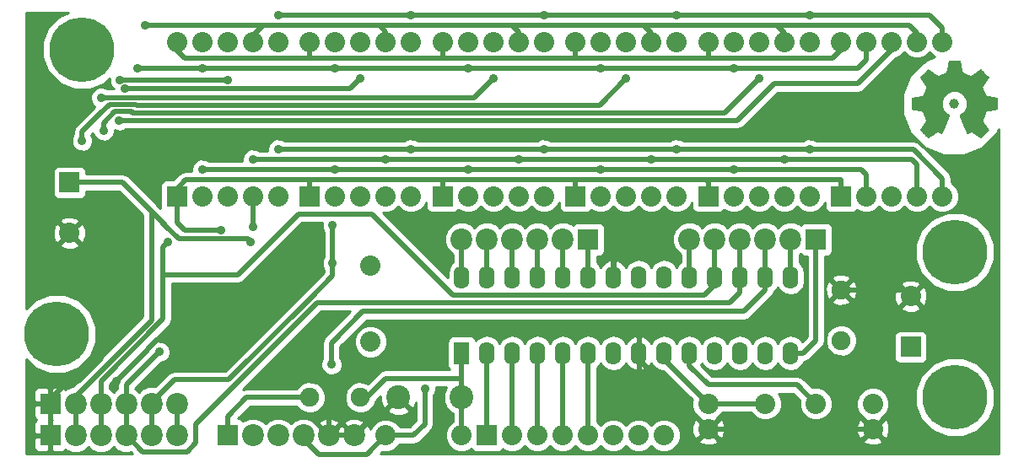
<source format=gbl>
G04 (created by PCBNEW (2013-07-07 BZR 4022)-stable) date 07/12/2013 12:57:39*
%MOIN*%
G04 Gerber Fmt 3.4, Leading zero omitted, Abs format*
%FSLAX34Y34*%
G01*
G70*
G90*
G04 APERTURE LIST*
%ADD10C,0.00393701*%
%ADD11C,0.0001*%
%ADD12R,0.08X0.08*%
%ADD13C,0.08*%
%ADD14C,0.2559*%
%ADD15C,0.0945*%
%ADD16C,0.075*%
%ADD17O,0.062X0.09*%
%ADD18R,0.062X0.09*%
%ADD19R,0.0827X0.0827*%
%ADD20C,0.0866*%
%ADD21C,0.0394*%
%ADD22C,0.035*%
%ADD23C,0.02*%
%ADD24C,0.01*%
G04 APERTURE END LIST*
G54D10*
G54D11*
G36*
X64192Y-12921D02*
X64192Y-13141D01*
X64192Y-13175D01*
X64192Y-13206D01*
X64192Y-13233D01*
X64192Y-13257D01*
X64192Y-13278D01*
X64192Y-13297D01*
X64192Y-13313D01*
X64192Y-13327D01*
X64191Y-13338D01*
X64191Y-13347D01*
X64191Y-13354D01*
X64191Y-13360D01*
X64190Y-13364D01*
X64190Y-13366D01*
X64190Y-13367D01*
X64185Y-13374D01*
X64178Y-13379D01*
X64170Y-13382D01*
X64167Y-13383D01*
X64161Y-13384D01*
X64152Y-13385D01*
X64140Y-13388D01*
X64126Y-13390D01*
X64109Y-13394D01*
X64090Y-13397D01*
X64070Y-13401D01*
X64047Y-13405D01*
X64024Y-13410D01*
X63999Y-13414D01*
X63973Y-13419D01*
X63961Y-13421D01*
X63930Y-13427D01*
X63902Y-13432D01*
X63877Y-13437D01*
X63855Y-13441D01*
X63836Y-13445D01*
X63819Y-13448D01*
X63804Y-13451D01*
X63792Y-13453D01*
X63782Y-13455D01*
X63773Y-13457D01*
X63766Y-13459D01*
X63761Y-13461D01*
X63756Y-13462D01*
X63753Y-13463D01*
X63751Y-13465D01*
X63749Y-13466D01*
X63747Y-13467D01*
X63746Y-13469D01*
X63745Y-13470D01*
X63745Y-13471D01*
X63744Y-13473D01*
X63742Y-13478D01*
X63738Y-13487D01*
X63734Y-13497D01*
X63729Y-13510D01*
X63722Y-13525D01*
X63715Y-13543D01*
X63708Y-13561D01*
X63700Y-13582D01*
X63691Y-13603D01*
X63682Y-13626D01*
X63677Y-13639D01*
X63666Y-13666D01*
X63656Y-13691D01*
X63647Y-13712D01*
X63640Y-13731D01*
X63633Y-13748D01*
X63628Y-13762D01*
X63623Y-13774D01*
X63619Y-13784D01*
X63617Y-13792D01*
X63614Y-13799D01*
X63613Y-13805D01*
X63612Y-13809D01*
X63611Y-13813D01*
X63611Y-13816D01*
X63611Y-13818D01*
X63612Y-13820D01*
X63613Y-13822D01*
X63613Y-13824D01*
X63614Y-13826D01*
X63618Y-13831D01*
X63623Y-13838D01*
X63629Y-13848D01*
X63637Y-13860D01*
X63646Y-13874D01*
X63657Y-13889D01*
X63669Y-13906D01*
X63681Y-13925D01*
X63695Y-13945D01*
X63709Y-13966D01*
X63724Y-13987D01*
X63731Y-13998D01*
X63746Y-14020D01*
X63761Y-14041D01*
X63775Y-14062D01*
X63788Y-14081D01*
X63800Y-14099D01*
X63811Y-14115D01*
X63821Y-14129D01*
X63830Y-14142D01*
X63837Y-14153D01*
X63843Y-14161D01*
X63847Y-14167D01*
X63849Y-14170D01*
X63849Y-14171D01*
X63851Y-14178D01*
X63850Y-14186D01*
X63849Y-14189D01*
X63848Y-14191D01*
X63844Y-14196D01*
X63837Y-14202D01*
X63829Y-14211D01*
X63819Y-14222D01*
X63806Y-14234D01*
X63792Y-14249D01*
X63776Y-14265D01*
X63759Y-14282D01*
X63740Y-14301D01*
X63720Y-14321D01*
X63699Y-14342D01*
X63690Y-14351D01*
X63667Y-14374D01*
X63646Y-14395D01*
X63627Y-14414D01*
X63611Y-14430D01*
X63596Y-14445D01*
X63583Y-14457D01*
X63572Y-14468D01*
X63563Y-14478D01*
X63554Y-14485D01*
X63547Y-14492D01*
X63542Y-14497D01*
X63537Y-14501D01*
X63533Y-14504D01*
X63530Y-14506D01*
X63527Y-14508D01*
X63525Y-14508D01*
X63523Y-14509D01*
X63521Y-14508D01*
X63519Y-14508D01*
X63518Y-14507D01*
X63517Y-14507D01*
X63515Y-14506D01*
X63510Y-14503D01*
X63502Y-14498D01*
X63493Y-14492D01*
X63481Y-14484D01*
X63467Y-14474D01*
X63451Y-14464D01*
X63434Y-14453D01*
X63416Y-14440D01*
X63397Y-14427D01*
X63377Y-14413D01*
X63362Y-14403D01*
X63334Y-14384D01*
X63310Y-14367D01*
X63288Y-14352D01*
X63268Y-14338D01*
X63251Y-14327D01*
X63236Y-14316D01*
X63222Y-14307D01*
X63211Y-14300D01*
X63202Y-14293D01*
X63194Y-14288D01*
X63187Y-14283D01*
X63182Y-14280D01*
X63177Y-14277D01*
X63174Y-14275D01*
X63171Y-14274D01*
X63169Y-14273D01*
X63168Y-14273D01*
X63167Y-14273D01*
X63166Y-14273D01*
X63164Y-14273D01*
X63163Y-14273D01*
X63162Y-14273D01*
X63160Y-14273D01*
X63157Y-14273D01*
X63155Y-14274D01*
X63151Y-14275D01*
X63148Y-14276D01*
X63142Y-14279D01*
X63136Y-14282D01*
X63127Y-14286D01*
X63117Y-14292D01*
X63105Y-14298D01*
X63089Y-14306D01*
X63075Y-14314D01*
X63056Y-14324D01*
X63041Y-14332D01*
X63027Y-14339D01*
X63017Y-14345D01*
X63008Y-14349D01*
X63001Y-14352D01*
X62995Y-14354D01*
X62991Y-14355D01*
X62988Y-14355D01*
X62985Y-14355D01*
X62983Y-14353D01*
X62981Y-14352D01*
X62980Y-14350D01*
X62979Y-14348D01*
X62976Y-14343D01*
X62973Y-14335D01*
X62968Y-14324D01*
X62962Y-14311D01*
X62956Y-14295D01*
X62948Y-14277D01*
X62940Y-14257D01*
X62930Y-14235D01*
X62921Y-14212D01*
X62910Y-14187D01*
X62899Y-14160D01*
X62888Y-14133D01*
X62876Y-14105D01*
X62864Y-14076D01*
X62852Y-14046D01*
X62839Y-14016D01*
X62827Y-13986D01*
X62814Y-13955D01*
X62801Y-13925D01*
X62789Y-13895D01*
X62777Y-13866D01*
X62765Y-13837D01*
X62754Y-13809D01*
X62743Y-13783D01*
X62732Y-13757D01*
X62722Y-13733D01*
X62713Y-13710D01*
X62705Y-13690D01*
X62697Y-13671D01*
X62690Y-13654D01*
X62684Y-13639D01*
X62680Y-13627D01*
X62676Y-13618D01*
X62673Y-13612D01*
X62672Y-13608D01*
X62672Y-13608D01*
X62672Y-13603D01*
X62673Y-13599D01*
X62676Y-13594D01*
X62680Y-13590D01*
X62687Y-13584D01*
X62697Y-13578D01*
X62705Y-13572D01*
X62714Y-13566D01*
X62724Y-13560D01*
X62732Y-13554D01*
X62739Y-13549D01*
X62742Y-13548D01*
X62748Y-13543D01*
X62755Y-13537D01*
X62764Y-13531D01*
X62773Y-13524D01*
X62775Y-13523D01*
X62796Y-13506D01*
X62817Y-13487D01*
X62837Y-13465D01*
X62857Y-13443D01*
X62874Y-13420D01*
X62885Y-13405D01*
X62905Y-13370D01*
X62922Y-13334D01*
X62936Y-13297D01*
X62948Y-13259D01*
X62955Y-13220D01*
X62960Y-13181D01*
X62961Y-13141D01*
X62959Y-13102D01*
X62954Y-13063D01*
X62946Y-13024D01*
X62934Y-12986D01*
X62929Y-12972D01*
X62912Y-12934D01*
X62892Y-12898D01*
X62870Y-12864D01*
X62845Y-12833D01*
X62817Y-12804D01*
X62787Y-12777D01*
X62754Y-12753D01*
X62720Y-12731D01*
X62696Y-12719D01*
X62660Y-12703D01*
X62625Y-12690D01*
X62590Y-12681D01*
X62553Y-12675D01*
X62516Y-12671D01*
X62486Y-12670D01*
X62468Y-12671D01*
X62452Y-12671D01*
X62438Y-12672D01*
X62424Y-12674D01*
X62408Y-12676D01*
X62397Y-12678D01*
X62360Y-12687D01*
X62323Y-12699D01*
X62287Y-12714D01*
X62252Y-12731D01*
X62219Y-12752D01*
X62188Y-12775D01*
X62158Y-12800D01*
X62134Y-12825D01*
X62108Y-12857D01*
X62084Y-12890D01*
X62064Y-12925D01*
X62047Y-12962D01*
X62033Y-13000D01*
X62022Y-13040D01*
X62014Y-13082D01*
X62013Y-13088D01*
X62012Y-13099D01*
X62011Y-13112D01*
X62011Y-13127D01*
X62011Y-13143D01*
X62011Y-13160D01*
X62012Y-13176D01*
X62013Y-13190D01*
X62014Y-13203D01*
X62014Y-13207D01*
X62021Y-13248D01*
X62032Y-13288D01*
X62046Y-13326D01*
X62063Y-13363D01*
X62083Y-13398D01*
X62107Y-13433D01*
X62111Y-13439D01*
X62122Y-13452D01*
X62135Y-13466D01*
X62149Y-13480D01*
X62164Y-13495D01*
X62178Y-13508D01*
X62192Y-13519D01*
X62197Y-13523D01*
X62205Y-13529D01*
X62214Y-13536D01*
X62223Y-13542D01*
X62229Y-13547D01*
X62230Y-13548D01*
X62236Y-13552D01*
X62244Y-13557D01*
X62253Y-13563D01*
X62262Y-13569D01*
X62267Y-13572D01*
X62278Y-13580D01*
X62287Y-13586D01*
X62293Y-13591D01*
X62297Y-13596D01*
X62299Y-13600D01*
X62300Y-13604D01*
X62300Y-13608D01*
X62299Y-13610D01*
X62297Y-13616D01*
X62293Y-13624D01*
X62289Y-13635D01*
X62284Y-13649D01*
X62277Y-13665D01*
X62270Y-13683D01*
X62262Y-13703D01*
X62253Y-13725D01*
X62243Y-13749D01*
X62233Y-13774D01*
X62222Y-13800D01*
X62210Y-13828D01*
X62199Y-13856D01*
X62187Y-13885D01*
X62174Y-13915D01*
X62162Y-13945D01*
X62149Y-13975D01*
X62137Y-14006D01*
X62124Y-14036D01*
X62112Y-14066D01*
X62100Y-14095D01*
X62088Y-14124D01*
X62076Y-14151D01*
X62065Y-14178D01*
X62055Y-14203D01*
X62044Y-14227D01*
X62035Y-14250D01*
X62026Y-14270D01*
X62019Y-14289D01*
X62011Y-14306D01*
X62005Y-14320D01*
X62000Y-14332D01*
X61996Y-14341D01*
X61994Y-14347D01*
X61992Y-14350D01*
X61992Y-14350D01*
X61990Y-14352D01*
X61988Y-14354D01*
X61986Y-14355D01*
X61983Y-14355D01*
X61979Y-14355D01*
X61975Y-14353D01*
X61969Y-14351D01*
X61961Y-14347D01*
X61951Y-14343D01*
X61940Y-14337D01*
X61926Y-14329D01*
X61909Y-14320D01*
X61897Y-14314D01*
X61879Y-14305D01*
X61865Y-14297D01*
X61852Y-14290D01*
X61843Y-14285D01*
X61835Y-14281D01*
X61828Y-14278D01*
X61823Y-14276D01*
X61820Y-14275D01*
X61817Y-14274D01*
X61814Y-14273D01*
X61812Y-14273D01*
X61810Y-14273D01*
X61808Y-14273D01*
X61807Y-14273D01*
X61806Y-14273D01*
X61805Y-14273D01*
X61804Y-14273D01*
X61802Y-14273D01*
X61800Y-14274D01*
X61797Y-14276D01*
X61793Y-14278D01*
X61789Y-14281D01*
X61783Y-14284D01*
X61776Y-14289D01*
X61767Y-14295D01*
X61757Y-14302D01*
X61745Y-14310D01*
X61731Y-14320D01*
X61715Y-14331D01*
X61697Y-14343D01*
X61676Y-14357D01*
X61653Y-14374D01*
X61628Y-14391D01*
X61607Y-14405D01*
X61587Y-14419D01*
X61567Y-14432D01*
X61549Y-14445D01*
X61532Y-14456D01*
X61516Y-14467D01*
X61502Y-14476D01*
X61491Y-14485D01*
X61481Y-14491D01*
X61473Y-14496D01*
X61469Y-14499D01*
X61467Y-14501D01*
X61458Y-14506D01*
X61450Y-14508D01*
X61442Y-14508D01*
X61442Y-14508D01*
X61440Y-14507D01*
X61436Y-14503D01*
X61429Y-14497D01*
X61420Y-14488D01*
X61409Y-14477D01*
X61395Y-14464D01*
X61379Y-14448D01*
X61360Y-14429D01*
X61339Y-14409D01*
X61316Y-14385D01*
X61290Y-14359D01*
X61280Y-14349D01*
X61257Y-14326D01*
X61236Y-14305D01*
X61217Y-14286D01*
X61201Y-14270D01*
X61186Y-14255D01*
X61173Y-14243D01*
X61163Y-14231D01*
X61153Y-14222D01*
X61145Y-14214D01*
X61139Y-14207D01*
X61134Y-14202D01*
X61130Y-14197D01*
X61126Y-14193D01*
X61124Y-14190D01*
X61123Y-14188D01*
X61122Y-14187D01*
X61121Y-14185D01*
X61121Y-14185D01*
X61120Y-14179D01*
X61121Y-14174D01*
X61121Y-14173D01*
X61123Y-14171D01*
X61126Y-14166D01*
X61130Y-14159D01*
X61137Y-14149D01*
X61145Y-14138D01*
X61154Y-14124D01*
X61165Y-14108D01*
X61176Y-14091D01*
X61189Y-14072D01*
X61203Y-14053D01*
X61217Y-14032D01*
X61232Y-14010D01*
X61239Y-14000D01*
X61254Y-13978D01*
X61268Y-13957D01*
X61282Y-13937D01*
X61295Y-13917D01*
X61308Y-13900D01*
X61319Y-13883D01*
X61329Y-13868D01*
X61338Y-13855D01*
X61345Y-13845D01*
X61351Y-13836D01*
X61355Y-13830D01*
X61357Y-13826D01*
X61357Y-13826D01*
X61358Y-13824D01*
X61359Y-13822D01*
X61360Y-13819D01*
X61361Y-13817D01*
X61361Y-13814D01*
X61360Y-13810D01*
X61359Y-13806D01*
X61358Y-13801D01*
X61356Y-13794D01*
X61353Y-13786D01*
X61349Y-13776D01*
X61345Y-13764D01*
X61339Y-13750D01*
X61333Y-13734D01*
X61326Y-13716D01*
X61317Y-13694D01*
X61308Y-13670D01*
X61297Y-13643D01*
X61295Y-13639D01*
X61286Y-13616D01*
X61277Y-13594D01*
X61268Y-13573D01*
X61261Y-13553D01*
X61253Y-13535D01*
X61247Y-13519D01*
X61241Y-13504D01*
X61236Y-13492D01*
X61232Y-13483D01*
X61229Y-13476D01*
X61227Y-13472D01*
X61227Y-13471D01*
X61226Y-13469D01*
X61225Y-13468D01*
X61224Y-13467D01*
X61222Y-13465D01*
X61220Y-13464D01*
X61217Y-13463D01*
X61213Y-13461D01*
X61208Y-13460D01*
X61202Y-13458D01*
X61194Y-13456D01*
X61184Y-13454D01*
X61173Y-13452D01*
X61159Y-13449D01*
X61143Y-13446D01*
X61125Y-13443D01*
X61104Y-13439D01*
X61081Y-13434D01*
X61054Y-13429D01*
X61024Y-13424D01*
X61010Y-13421D01*
X60984Y-13416D01*
X60959Y-13412D01*
X60934Y-13407D01*
X60911Y-13403D01*
X60890Y-13399D01*
X60870Y-13395D01*
X60852Y-13392D01*
X60837Y-13389D01*
X60824Y-13386D01*
X60814Y-13384D01*
X60806Y-13383D01*
X60802Y-13382D01*
X60801Y-13382D01*
X60793Y-13378D01*
X60786Y-13372D01*
X60781Y-13365D01*
X60781Y-13363D01*
X60780Y-13360D01*
X60780Y-13355D01*
X60780Y-13347D01*
X60779Y-13337D01*
X60779Y-13323D01*
X60779Y-13306D01*
X60779Y-13286D01*
X60779Y-13264D01*
X60779Y-13237D01*
X60779Y-13208D01*
X60779Y-13175D01*
X60779Y-13139D01*
X60779Y-13138D01*
X60780Y-12921D01*
X60785Y-12914D01*
X60789Y-12910D01*
X60793Y-12907D01*
X60794Y-12906D01*
X60797Y-12905D01*
X60802Y-12904D01*
X60811Y-12903D01*
X60822Y-12900D01*
X60836Y-12898D01*
X60853Y-12895D01*
X60871Y-12891D01*
X60892Y-12887D01*
X60914Y-12883D01*
X60938Y-12878D01*
X60963Y-12874D01*
X60989Y-12869D01*
X61009Y-12865D01*
X61042Y-12859D01*
X61074Y-12853D01*
X61102Y-12848D01*
X61128Y-12843D01*
X61151Y-12838D01*
X61171Y-12835D01*
X61188Y-12831D01*
X61202Y-12828D01*
X61213Y-12826D01*
X61220Y-12824D01*
X61225Y-12823D01*
X61225Y-12823D01*
X61231Y-12819D01*
X61236Y-12814D01*
X61237Y-12813D01*
X61238Y-12810D01*
X61241Y-12804D01*
X61245Y-12796D01*
X61250Y-12785D01*
X61256Y-12772D01*
X61262Y-12758D01*
X61269Y-12741D01*
X61277Y-12724D01*
X61285Y-12705D01*
X61293Y-12686D01*
X61301Y-12666D01*
X61310Y-12646D01*
X61318Y-12627D01*
X61327Y-12607D01*
X61335Y-12588D01*
X61342Y-12571D01*
X61349Y-12554D01*
X61355Y-12539D01*
X61361Y-12526D01*
X61365Y-12514D01*
X61369Y-12506D01*
X61371Y-12499D01*
X61373Y-12496D01*
X61373Y-12496D01*
X61373Y-12489D01*
X61371Y-12483D01*
X61371Y-12482D01*
X61370Y-12480D01*
X61367Y-12475D01*
X61362Y-12467D01*
X61355Y-12457D01*
X61347Y-12445D01*
X61338Y-12431D01*
X61327Y-12415D01*
X61315Y-12398D01*
X61302Y-12379D01*
X61289Y-12359D01*
X61274Y-12338D01*
X61259Y-12315D01*
X61247Y-12298D01*
X61232Y-12275D01*
X61217Y-12253D01*
X61202Y-12232D01*
X61189Y-12212D01*
X61176Y-12194D01*
X61164Y-12177D01*
X61154Y-12162D01*
X61145Y-12148D01*
X61137Y-12137D01*
X61131Y-12127D01*
X61126Y-12120D01*
X61123Y-12116D01*
X61122Y-12115D01*
X61121Y-12109D01*
X61121Y-12102D01*
X61121Y-12100D01*
X61122Y-12099D01*
X61122Y-12098D01*
X61123Y-12096D01*
X61125Y-12094D01*
X61127Y-12091D01*
X61130Y-12087D01*
X61134Y-12083D01*
X61139Y-12077D01*
X61145Y-12071D01*
X61153Y-12063D01*
X61162Y-12054D01*
X61172Y-12043D01*
X61185Y-12031D01*
X61199Y-12017D01*
X61215Y-12001D01*
X61233Y-11982D01*
X61253Y-11962D01*
X61276Y-11939D01*
X61279Y-11936D01*
X61302Y-11913D01*
X61323Y-11892D01*
X61342Y-11874D01*
X61358Y-11857D01*
X61373Y-11843D01*
X61386Y-11830D01*
X61397Y-11819D01*
X61406Y-11810D01*
X61414Y-11802D01*
X61421Y-11796D01*
X61426Y-11791D01*
X61431Y-11787D01*
X61434Y-11784D01*
X61437Y-11781D01*
X61439Y-11780D01*
X61441Y-11779D01*
X61442Y-11778D01*
X61443Y-11778D01*
X61449Y-11778D01*
X61455Y-11779D01*
X61455Y-11779D01*
X61457Y-11780D01*
X61462Y-11783D01*
X61470Y-11788D01*
X61479Y-11794D01*
X61491Y-11802D01*
X61505Y-11812D01*
X61521Y-11822D01*
X61538Y-11834D01*
X61557Y-11847D01*
X61577Y-11861D01*
X61598Y-11875D01*
X61621Y-11890D01*
X61639Y-11903D01*
X61662Y-11919D01*
X61684Y-11934D01*
X61705Y-11948D01*
X61725Y-11962D01*
X61744Y-11975D01*
X61761Y-11987D01*
X61777Y-11997D01*
X61791Y-12007D01*
X61803Y-12015D01*
X61812Y-12021D01*
X61819Y-12026D01*
X61824Y-12029D01*
X61826Y-12030D01*
X61828Y-12032D01*
X61830Y-12033D01*
X61833Y-12033D01*
X61835Y-12034D01*
X61838Y-12034D01*
X61842Y-12034D01*
X61847Y-12033D01*
X61853Y-12031D01*
X61860Y-12029D01*
X61869Y-12026D01*
X61879Y-12022D01*
X61891Y-12017D01*
X61906Y-12011D01*
X61923Y-12004D01*
X61942Y-11996D01*
X61964Y-11987D01*
X61989Y-11977D01*
X62003Y-11972D01*
X62032Y-11960D01*
X62057Y-11949D01*
X62080Y-11940D01*
X62099Y-11932D01*
X62115Y-11925D01*
X62129Y-11919D01*
X62140Y-11914D01*
X62148Y-11910D01*
X62154Y-11908D01*
X62157Y-11906D01*
X62157Y-11906D01*
X62161Y-11901D01*
X62164Y-11895D01*
X62165Y-11894D01*
X62165Y-11891D01*
X62167Y-11885D01*
X62168Y-11876D01*
X62171Y-11864D01*
X62173Y-11850D01*
X62177Y-11833D01*
X62180Y-11814D01*
X62184Y-11793D01*
X62189Y-11771D01*
X62193Y-11747D01*
X62198Y-11721D01*
X62203Y-11695D01*
X62207Y-11670D01*
X62212Y-11643D01*
X62217Y-11617D01*
X62222Y-11592D01*
X62227Y-11568D01*
X62231Y-11546D01*
X62235Y-11525D01*
X62238Y-11507D01*
X62241Y-11491D01*
X62244Y-11477D01*
X62246Y-11466D01*
X62248Y-11457D01*
X62249Y-11452D01*
X62250Y-11450D01*
X62253Y-11446D01*
X62257Y-11442D01*
X62258Y-11441D01*
X62264Y-11437D01*
X62486Y-11437D01*
X62708Y-11437D01*
X62714Y-11442D01*
X62719Y-11446D01*
X62722Y-11450D01*
X62723Y-11451D01*
X62723Y-11454D01*
X62724Y-11459D01*
X62726Y-11468D01*
X62728Y-11480D01*
X62731Y-11494D01*
X62734Y-11510D01*
X62738Y-11529D01*
X62742Y-11550D01*
X62746Y-11572D01*
X62751Y-11596D01*
X62755Y-11621D01*
X62760Y-11648D01*
X62765Y-11675D01*
X62771Y-11707D01*
X62777Y-11737D01*
X62782Y-11763D01*
X62786Y-11787D01*
X62790Y-11807D01*
X62794Y-11825D01*
X62797Y-11841D01*
X62799Y-11854D01*
X62802Y-11866D01*
X62804Y-11875D01*
X62806Y-11883D01*
X62807Y-11889D01*
X62809Y-11895D01*
X62810Y-11899D01*
X62811Y-11902D01*
X62813Y-11904D01*
X62814Y-11905D01*
X62815Y-11907D01*
X62817Y-11908D01*
X62818Y-11909D01*
X62819Y-11909D01*
X62821Y-11910D01*
X62826Y-11913D01*
X62834Y-11916D01*
X62845Y-11920D01*
X62858Y-11926D01*
X62873Y-11932D01*
X62890Y-11939D01*
X62908Y-11947D01*
X62928Y-11955D01*
X62949Y-11963D01*
X62971Y-11972D01*
X62971Y-11972D01*
X62997Y-11983D01*
X63021Y-11993D01*
X63041Y-12001D01*
X63059Y-12009D01*
X63075Y-12015D01*
X63088Y-12020D01*
X63099Y-12024D01*
X63109Y-12028D01*
X63117Y-12030D01*
X63123Y-12032D01*
X63129Y-12033D01*
X63133Y-12034D01*
X63136Y-12034D01*
X63139Y-12033D01*
X63142Y-12033D01*
X63144Y-12031D01*
X63147Y-12030D01*
X63149Y-12028D01*
X63152Y-12027D01*
X63157Y-12023D01*
X63165Y-12018D01*
X63176Y-12011D01*
X63188Y-12002D01*
X63202Y-11992D01*
X63219Y-11981D01*
X63236Y-11969D01*
X63256Y-11956D01*
X63276Y-11942D01*
X63297Y-11927D01*
X63319Y-11912D01*
X63335Y-11901D01*
X63358Y-11886D01*
X63379Y-11871D01*
X63400Y-11857D01*
X63420Y-11843D01*
X63438Y-11831D01*
X63455Y-11819D01*
X63471Y-11809D01*
X63484Y-11800D01*
X63495Y-11793D01*
X63504Y-11786D01*
X63511Y-11782D01*
X63515Y-11780D01*
X63517Y-11779D01*
X63522Y-11778D01*
X63528Y-11778D01*
X63529Y-11778D01*
X63530Y-11779D01*
X63532Y-11779D01*
X63534Y-11781D01*
X63536Y-11783D01*
X63540Y-11786D01*
X63544Y-11789D01*
X63549Y-11794D01*
X63555Y-11800D01*
X63563Y-11807D01*
X63572Y-11816D01*
X63582Y-11826D01*
X63594Y-11838D01*
X63608Y-11852D01*
X63624Y-11868D01*
X63642Y-11885D01*
X63662Y-11905D01*
X63684Y-11928D01*
X63693Y-11936D01*
X63716Y-11959D01*
X63736Y-11980D01*
X63755Y-11999D01*
X63771Y-12015D01*
X63786Y-12029D01*
X63798Y-12042D01*
X63809Y-12053D01*
X63818Y-12062D01*
X63826Y-12070D01*
X63832Y-12077D01*
X63837Y-12082D01*
X63841Y-12087D01*
X63844Y-12090D01*
X63847Y-12093D01*
X63848Y-12096D01*
X63849Y-12097D01*
X63850Y-12099D01*
X63851Y-12100D01*
X63851Y-12101D01*
X63851Y-12102D01*
X63851Y-12109D01*
X63849Y-12115D01*
X63848Y-12117D01*
X63845Y-12122D01*
X63840Y-12129D01*
X63833Y-12139D01*
X63825Y-12151D01*
X63816Y-12165D01*
X63805Y-12181D01*
X63793Y-12198D01*
X63780Y-12217D01*
X63767Y-12237D01*
X63752Y-12258D01*
X63737Y-12280D01*
X63726Y-12296D01*
X63710Y-12319D01*
X63695Y-12340D01*
X63681Y-12361D01*
X63668Y-12381D01*
X63655Y-12400D01*
X63643Y-12417D01*
X63633Y-12432D01*
X63624Y-12446D01*
X63616Y-12458D01*
X63610Y-12467D01*
X63605Y-12474D01*
X63603Y-12478D01*
X63602Y-12480D01*
X63599Y-12489D01*
X63599Y-12495D01*
X63600Y-12497D01*
X63602Y-12503D01*
X63605Y-12511D01*
X63610Y-12522D01*
X63615Y-12535D01*
X63621Y-12550D01*
X63628Y-12566D01*
X63635Y-12583D01*
X63643Y-12602D01*
X63651Y-12621D01*
X63660Y-12641D01*
X63668Y-12661D01*
X63676Y-12681D01*
X63685Y-12700D01*
X63693Y-12719D01*
X63701Y-12737D01*
X63708Y-12754D01*
X63715Y-12769D01*
X63720Y-12782D01*
X63726Y-12794D01*
X63730Y-12803D01*
X63733Y-12809D01*
X63734Y-12813D01*
X63735Y-12813D01*
X63739Y-12818D01*
X63745Y-12822D01*
X63746Y-12823D01*
X63749Y-12824D01*
X63756Y-12825D01*
X63765Y-12827D01*
X63778Y-12830D01*
X63794Y-12833D01*
X63813Y-12837D01*
X63835Y-12841D01*
X63860Y-12846D01*
X63887Y-12851D01*
X63918Y-12857D01*
X63950Y-12863D01*
X63960Y-12865D01*
X63987Y-12870D01*
X64013Y-12874D01*
X64038Y-12879D01*
X64061Y-12883D01*
X64083Y-12887D01*
X64103Y-12891D01*
X64121Y-12895D01*
X64137Y-12898D01*
X64150Y-12900D01*
X64161Y-12902D01*
X64168Y-12904D01*
X64173Y-12905D01*
X64174Y-12905D01*
X64181Y-12909D01*
X64187Y-12914D01*
X64192Y-12921D01*
X64192Y-12921D01*
X64192Y-12921D01*
G37*
G54D12*
X58000Y-16800D03*
G54D13*
X59000Y-16800D03*
X60000Y-16800D03*
X61000Y-16800D03*
X62000Y-16800D03*
X62000Y-10700D03*
X61000Y-10700D03*
X60000Y-10700D03*
X59000Y-10700D03*
X58000Y-10700D03*
G54D12*
X31750Y-16800D03*
G54D13*
X32750Y-16800D03*
X33750Y-16800D03*
X34750Y-16800D03*
X35750Y-16800D03*
X35750Y-10700D03*
X34750Y-10700D03*
X33750Y-10700D03*
X32750Y-10700D03*
X31750Y-10700D03*
G54D12*
X52750Y-16800D03*
G54D13*
X53750Y-16800D03*
X54750Y-16800D03*
X55750Y-16800D03*
X56750Y-16800D03*
X56750Y-10700D03*
X55750Y-10700D03*
X54750Y-10700D03*
X53750Y-10700D03*
X52750Y-10700D03*
G54D12*
X47500Y-16800D03*
G54D13*
X48500Y-16800D03*
X49500Y-16800D03*
X50500Y-16800D03*
X51500Y-16800D03*
X51500Y-10700D03*
X50500Y-10700D03*
X49500Y-10700D03*
X48500Y-10700D03*
X47500Y-10700D03*
G54D12*
X42250Y-16800D03*
G54D13*
X43250Y-16800D03*
X44250Y-16800D03*
X45250Y-16800D03*
X46250Y-16800D03*
X46250Y-10700D03*
X45250Y-10700D03*
X44250Y-10700D03*
X43250Y-10700D03*
X42250Y-10700D03*
G54D12*
X37000Y-16800D03*
G54D13*
X38000Y-16800D03*
X39000Y-16800D03*
X40000Y-16800D03*
X41000Y-16800D03*
X41000Y-10700D03*
X40000Y-10700D03*
X39000Y-10700D03*
X38000Y-10700D03*
X37000Y-10700D03*
X39400Y-22550D03*
X39400Y-19550D03*
G54D12*
X27500Y-16250D03*
G54D13*
X27500Y-18250D03*
G54D14*
X62500Y-24750D03*
X27000Y-22250D03*
X62500Y-19000D03*
X28000Y-11000D03*
G54D13*
X57000Y-25000D03*
X55000Y-25000D03*
G54D15*
X40500Y-24750D03*
X43000Y-24750D03*
G54D12*
X44000Y-26250D03*
G54D13*
X45000Y-26250D03*
X46000Y-26250D03*
X47000Y-26250D03*
X48000Y-26250D03*
X49000Y-26250D03*
X50000Y-26250D03*
X51000Y-26250D03*
X40000Y-26250D03*
X43000Y-26250D03*
G54D12*
X60750Y-22750D03*
G54D13*
X60750Y-20750D03*
G54D16*
X58000Y-22500D03*
X58000Y-20500D03*
X39000Y-24750D03*
X37000Y-24750D03*
G54D13*
X52750Y-25000D03*
X52750Y-26000D03*
X59250Y-25000D03*
X59250Y-26000D03*
G54D17*
X44000Y-23000D03*
X45000Y-23000D03*
X46000Y-23000D03*
X47000Y-23000D03*
X48000Y-23000D03*
X49000Y-23000D03*
X50000Y-23000D03*
X51000Y-23000D03*
X52000Y-23000D03*
X53000Y-23000D03*
X54000Y-23000D03*
X55000Y-23000D03*
X56000Y-23000D03*
G54D18*
X43000Y-23000D03*
G54D17*
X56000Y-20000D03*
X55000Y-20000D03*
X54000Y-20000D03*
X53000Y-20000D03*
X52000Y-20000D03*
X51000Y-20000D03*
X50000Y-20000D03*
X49000Y-20000D03*
X48000Y-20000D03*
X47000Y-20000D03*
X46000Y-20000D03*
X45000Y-20000D03*
X44000Y-20000D03*
X43000Y-20000D03*
G54D19*
X26750Y-25000D03*
G54D20*
X27750Y-25000D03*
X28750Y-25000D03*
X29750Y-25000D03*
X30750Y-25000D03*
X31750Y-25000D03*
G54D19*
X26750Y-26250D03*
G54D20*
X27750Y-26250D03*
X28750Y-26250D03*
X29750Y-26250D03*
X30750Y-26250D03*
X31750Y-26250D03*
G54D19*
X57000Y-18500D03*
G54D20*
X56000Y-18500D03*
X55000Y-18500D03*
X54000Y-18500D03*
X53000Y-18500D03*
X52000Y-18500D03*
G54D19*
X48000Y-18500D03*
G54D20*
X47000Y-18500D03*
X46000Y-18500D03*
X45000Y-18500D03*
X44000Y-18500D03*
X43000Y-18500D03*
G54D19*
X33750Y-26250D03*
G54D20*
X34750Y-26250D03*
X35750Y-26250D03*
X36750Y-26250D03*
X37750Y-26250D03*
X38750Y-26250D03*
G54D21*
X62450Y-13150D03*
G54D22*
X34660Y-18610D03*
X41550Y-24400D03*
X29350Y-24100D03*
X35550Y-23800D03*
X33300Y-23550D03*
X31400Y-18600D03*
X31050Y-22950D03*
X56750Y-9650D03*
X51500Y-9650D03*
X46250Y-9650D03*
X41000Y-9650D03*
X35750Y-9650D03*
X35750Y-14950D03*
X56750Y-14950D03*
X51500Y-14950D03*
X46250Y-14950D03*
X41000Y-14950D03*
X30200Y-11750D03*
X53750Y-11750D03*
X48500Y-11750D03*
X43250Y-11750D03*
X32750Y-11750D03*
X38000Y-11750D03*
X53750Y-15750D03*
X48500Y-15750D03*
X43250Y-15750D03*
X38000Y-15750D03*
X32750Y-15750D03*
X28850Y-14200D03*
X54750Y-12150D03*
X28750Y-12900D03*
X44250Y-12150D03*
X29500Y-12200D03*
X33750Y-12200D03*
X30500Y-10050D03*
X29450Y-13800D03*
X28000Y-14600D03*
X49500Y-12150D03*
X34750Y-18000D03*
X34750Y-15350D03*
X55750Y-15350D03*
X50500Y-15350D03*
X45250Y-15350D03*
X40000Y-15350D03*
X29700Y-12550D03*
X39000Y-12150D03*
X33500Y-18150D03*
X52000Y-20000D03*
X37900Y-17950D03*
X37900Y-19450D03*
X37850Y-23450D03*
G54D23*
X27750Y-25000D02*
X27750Y-24700D01*
X30750Y-21700D02*
X30750Y-21550D01*
X27750Y-24700D02*
X30750Y-21700D01*
X27500Y-16250D02*
X29600Y-16250D01*
X31300Y-17950D02*
X31300Y-17970D01*
X29600Y-16250D02*
X31300Y-17950D01*
X30750Y-18000D02*
X30750Y-17420D01*
X30750Y-21550D02*
X30750Y-18000D01*
X30750Y-17420D02*
X31300Y-17970D01*
X31300Y-17970D02*
X31820Y-18490D01*
X31820Y-18490D02*
X34540Y-18490D01*
X34540Y-18490D02*
X34660Y-18610D01*
X40000Y-26250D02*
X41100Y-26250D01*
X41550Y-25800D02*
X41550Y-24400D01*
X41100Y-26250D02*
X41550Y-25800D01*
X27750Y-26250D02*
X27750Y-25000D01*
X36750Y-26250D02*
X36750Y-26400D01*
X39250Y-27000D02*
X40000Y-26250D01*
X37350Y-27000D02*
X39250Y-27000D01*
X36750Y-26400D02*
X37350Y-27000D01*
X26750Y-25000D02*
X26750Y-24800D01*
X28750Y-19500D02*
X27500Y-18250D01*
X28750Y-23200D02*
X28750Y-19500D01*
X27850Y-24100D02*
X28750Y-23200D01*
X27450Y-24100D02*
X27850Y-24100D01*
X26750Y-24800D02*
X27450Y-24100D01*
X33300Y-23550D02*
X33300Y-22550D01*
X31000Y-22450D02*
X29350Y-24100D01*
X33200Y-22450D02*
X31000Y-22450D01*
X33300Y-22550D02*
X33200Y-22450D01*
X58000Y-20500D02*
X60500Y-20500D01*
X60500Y-20500D02*
X60750Y-20750D01*
X58250Y-26000D02*
X58250Y-24000D01*
X58750Y-23500D02*
X58750Y-20500D01*
X58250Y-24000D02*
X58750Y-23500D01*
X49000Y-20000D02*
X49000Y-19350D01*
X59150Y-19050D02*
X59150Y-20500D01*
X57800Y-17700D02*
X59150Y-19050D01*
X50650Y-17700D02*
X57800Y-17700D01*
X49000Y-19350D02*
X50650Y-17700D01*
X37750Y-26250D02*
X37750Y-24150D01*
X37400Y-23800D02*
X35550Y-23800D01*
X37750Y-24150D02*
X37400Y-23800D01*
X26750Y-26250D02*
X26750Y-25000D01*
X50000Y-23000D02*
X50000Y-23250D01*
X50000Y-23250D02*
X52750Y-26000D01*
X52750Y-26000D02*
X58250Y-26000D01*
X58250Y-26000D02*
X59250Y-26000D01*
X60750Y-20500D02*
X59150Y-20500D01*
X59150Y-20500D02*
X58750Y-20500D01*
X58750Y-20500D02*
X58000Y-20500D01*
X38750Y-26250D02*
X39500Y-25500D01*
X39750Y-25500D02*
X40500Y-24750D01*
X39500Y-25500D02*
X39750Y-25500D01*
X37750Y-26250D02*
X38750Y-26250D01*
X32250Y-19900D02*
X31200Y-19900D01*
X28750Y-25000D02*
X28750Y-24100D01*
X28750Y-24100D02*
X31200Y-21650D01*
X31200Y-21650D02*
X31200Y-19900D01*
X31200Y-19900D02*
X31200Y-18800D01*
X43150Y-20700D02*
X42650Y-20700D01*
X42650Y-20700D02*
X39450Y-17500D01*
X39450Y-17500D02*
X36550Y-17500D01*
X36550Y-17500D02*
X34150Y-19900D01*
X34150Y-19900D02*
X32250Y-19900D01*
X53000Y-20000D02*
X53000Y-20300D01*
X53000Y-20300D02*
X52600Y-20700D01*
X52600Y-20700D02*
X43150Y-20700D01*
X31200Y-18800D02*
X31400Y-18600D01*
X28750Y-26250D02*
X28750Y-25000D01*
X53000Y-20000D02*
X53000Y-18500D01*
X41250Y-21000D02*
X37650Y-21000D01*
X30400Y-26900D02*
X29750Y-26250D01*
X32150Y-26900D02*
X30400Y-26900D01*
X32500Y-26550D02*
X32150Y-26900D01*
X32500Y-25800D02*
X32500Y-26550D01*
X37300Y-21000D02*
X32500Y-25800D01*
X37650Y-21000D02*
X37300Y-21000D01*
X54000Y-20000D02*
X54000Y-20600D01*
X53600Y-21000D02*
X41250Y-21000D01*
X41250Y-21000D02*
X41100Y-21000D01*
X54000Y-20600D02*
X53600Y-21000D01*
X29750Y-25000D02*
X29750Y-24250D01*
X29750Y-24250D02*
X31050Y-22950D01*
X29750Y-26250D02*
X29750Y-25000D01*
X54000Y-20000D02*
X54000Y-18500D01*
X52750Y-25000D02*
X55000Y-25000D01*
X51000Y-23000D02*
X51000Y-23250D01*
X51000Y-23250D02*
X52750Y-25000D01*
X56300Y-9650D02*
X61500Y-9650D01*
X62000Y-10150D02*
X62000Y-10700D01*
X61500Y-9650D02*
X62000Y-10150D01*
X51150Y-9650D02*
X56300Y-9650D01*
X56300Y-9650D02*
X56750Y-9650D01*
X46000Y-9650D02*
X51150Y-9650D01*
X51150Y-9650D02*
X51500Y-9650D01*
X41000Y-9650D02*
X46000Y-9650D01*
X46000Y-9650D02*
X46250Y-9650D01*
X35750Y-9650D02*
X41000Y-9650D01*
X45000Y-26250D02*
X45000Y-23000D01*
X52000Y-23000D02*
X52000Y-23500D01*
X56250Y-24250D02*
X57000Y-25000D01*
X52750Y-24250D02*
X56250Y-24250D01*
X52000Y-23500D02*
X52750Y-24250D01*
X39000Y-24750D02*
X39250Y-24750D01*
X40000Y-24000D02*
X43000Y-24000D01*
X39250Y-24750D02*
X40000Y-24000D01*
X43000Y-26250D02*
X43000Y-24750D01*
X43000Y-24750D02*
X43000Y-24000D01*
X43000Y-24000D02*
X43000Y-23000D01*
X44000Y-26250D02*
X44000Y-23000D01*
X56000Y-23000D02*
X56500Y-23000D01*
X57000Y-22500D02*
X57000Y-18500D01*
X56500Y-23000D02*
X57000Y-22500D01*
X56000Y-20000D02*
X56000Y-18500D01*
X48000Y-20000D02*
X48000Y-18500D01*
X47000Y-20000D02*
X47000Y-18500D01*
X46000Y-20000D02*
X46000Y-18500D01*
X45000Y-20000D02*
X45000Y-18500D01*
X44000Y-20000D02*
X44000Y-18500D01*
X43000Y-20000D02*
X43000Y-18500D01*
X47000Y-26250D02*
X47000Y-23000D01*
X33750Y-26250D02*
X33750Y-25500D01*
X34500Y-24750D02*
X37000Y-24750D01*
X33750Y-25500D02*
X34500Y-24750D01*
X59950Y-14950D02*
X60850Y-14950D01*
X62000Y-16100D02*
X62000Y-16800D01*
X60850Y-14950D02*
X62000Y-16100D01*
X35750Y-14950D02*
X41000Y-14950D01*
X56300Y-14950D02*
X59950Y-14950D01*
X51150Y-14950D02*
X56300Y-14950D01*
X56300Y-14950D02*
X56750Y-14950D01*
X45850Y-14950D02*
X51150Y-14950D01*
X51150Y-14950D02*
X51500Y-14950D01*
X41000Y-14950D02*
X45850Y-14950D01*
X45850Y-14950D02*
X46250Y-14950D01*
X30200Y-11750D02*
X32750Y-11750D01*
X53500Y-11750D02*
X58650Y-11750D01*
X59000Y-11400D02*
X59000Y-10700D01*
X58650Y-11750D02*
X59000Y-11400D01*
X48500Y-11750D02*
X53500Y-11750D01*
X53500Y-11750D02*
X53750Y-11750D01*
X43250Y-11750D02*
X48500Y-11750D01*
X38000Y-11750D02*
X43250Y-11750D01*
X38050Y-11750D02*
X38000Y-11750D01*
X32750Y-11750D02*
X38050Y-11750D01*
X53400Y-15750D02*
X58800Y-15750D01*
X59000Y-15950D02*
X59000Y-16800D01*
X58800Y-15750D02*
X59000Y-15950D01*
X48150Y-15750D02*
X53400Y-15750D01*
X53400Y-15750D02*
X53750Y-15750D01*
X42900Y-15750D02*
X48150Y-15750D01*
X48150Y-15750D02*
X48500Y-15750D01*
X37700Y-15750D02*
X42900Y-15750D01*
X42900Y-15750D02*
X43250Y-15750D01*
X32750Y-15750D02*
X37700Y-15750D01*
X37700Y-15750D02*
X38000Y-15750D01*
X28850Y-14200D02*
X28850Y-13900D01*
X28850Y-13900D02*
X29300Y-13450D01*
X29300Y-13450D02*
X29950Y-13450D01*
X29950Y-13450D02*
X30000Y-13500D01*
X29550Y-13450D02*
X29300Y-13450D01*
X29300Y-13450D02*
X28850Y-13900D01*
X31900Y-13500D02*
X47700Y-13500D01*
X30000Y-13500D02*
X31900Y-13500D01*
X29950Y-13450D02*
X30000Y-13500D01*
X29550Y-13450D02*
X29950Y-13450D01*
X53400Y-13500D02*
X47700Y-13500D01*
X54750Y-12150D02*
X53400Y-13500D01*
X47700Y-13500D02*
X47500Y-13500D01*
X46000Y-26250D02*
X46000Y-23000D01*
X28750Y-12900D02*
X32000Y-12900D01*
X32000Y-12900D02*
X31900Y-12900D01*
X31900Y-12900D02*
X38400Y-12900D01*
X43500Y-12900D02*
X38400Y-12900D01*
X44250Y-12150D02*
X43500Y-12900D01*
X38400Y-12900D02*
X38100Y-12900D01*
X29500Y-12200D02*
X31650Y-12200D01*
X33750Y-12200D02*
X31650Y-12200D01*
X31650Y-12200D02*
X31550Y-12200D01*
X30500Y-10050D02*
X35150Y-10050D01*
X55300Y-10050D02*
X60700Y-10050D01*
X61000Y-10350D02*
X61000Y-10700D01*
X60700Y-10050D02*
X61000Y-10350D01*
X50150Y-10050D02*
X55300Y-10050D01*
X55300Y-10050D02*
X55450Y-10050D01*
X55750Y-10350D02*
X55750Y-10700D01*
X55450Y-10050D02*
X55750Y-10350D01*
X44900Y-10050D02*
X50150Y-10050D01*
X50150Y-10050D02*
X50200Y-10050D01*
X50500Y-10350D02*
X50500Y-10700D01*
X50200Y-10050D02*
X50500Y-10350D01*
X39600Y-10050D02*
X44900Y-10050D01*
X44900Y-10050D02*
X45000Y-10050D01*
X45250Y-10300D02*
X45250Y-10700D01*
X45000Y-10050D02*
X45250Y-10300D01*
X34750Y-10700D02*
X34750Y-10450D01*
X40000Y-10300D02*
X40000Y-10700D01*
X39750Y-10050D02*
X40000Y-10300D01*
X35150Y-10050D02*
X39600Y-10050D01*
X39600Y-10050D02*
X39750Y-10050D01*
X34750Y-10450D02*
X35150Y-10050D01*
X52750Y-13800D02*
X53900Y-13800D01*
X53900Y-13800D02*
X55350Y-12350D01*
X29450Y-13800D02*
X32050Y-13800D01*
X55400Y-12350D02*
X55350Y-12350D01*
X55350Y-12350D02*
X53900Y-13800D01*
X52750Y-13800D02*
X32050Y-13800D01*
X32050Y-13800D02*
X31850Y-13800D01*
X60000Y-10700D02*
X60000Y-11000D01*
X60000Y-11000D02*
X58650Y-12350D01*
X58650Y-12350D02*
X55400Y-12350D01*
X28705Y-13555D02*
X28695Y-13555D01*
X28000Y-14250D02*
X28000Y-14600D01*
X28695Y-13555D02*
X28000Y-14250D01*
X31420Y-13200D02*
X30150Y-13200D01*
X29090Y-13170D02*
X28705Y-13555D01*
X30120Y-13170D02*
X29090Y-13170D01*
X30150Y-13200D02*
X30120Y-13170D01*
X43150Y-13200D02*
X31420Y-13200D01*
X31420Y-13200D02*
X31400Y-13200D01*
X48450Y-13200D02*
X43150Y-13200D01*
X49500Y-12150D02*
X48450Y-13200D01*
X43150Y-13200D02*
X43050Y-13200D01*
X34750Y-18000D02*
X34750Y-16800D01*
X34750Y-15350D02*
X40000Y-15350D01*
X55450Y-15350D02*
X60800Y-15350D01*
X61000Y-15550D02*
X61000Y-16800D01*
X60800Y-15350D02*
X61000Y-15550D01*
X50150Y-15350D02*
X55450Y-15350D01*
X55450Y-15350D02*
X55750Y-15350D01*
X44950Y-15350D02*
X50150Y-15350D01*
X50150Y-15350D02*
X50500Y-15350D01*
X40000Y-15350D02*
X44950Y-15350D01*
X44950Y-15350D02*
X45250Y-15350D01*
X48000Y-26250D02*
X48000Y-23000D01*
X29700Y-12550D02*
X31900Y-12550D01*
X38600Y-12550D02*
X31900Y-12550D01*
X39000Y-12150D02*
X38600Y-12550D01*
X31900Y-12550D02*
X31500Y-12550D01*
X31750Y-17850D02*
X31750Y-16800D01*
X32050Y-18150D02*
X31750Y-17850D01*
X33500Y-18150D02*
X32050Y-18150D01*
X52500Y-16150D02*
X58000Y-16150D01*
X58000Y-16150D02*
X58000Y-16800D01*
X47200Y-16150D02*
X52500Y-16150D01*
X52500Y-16150D02*
X52650Y-16150D01*
X52750Y-16250D02*
X52750Y-16800D01*
X52650Y-16150D02*
X52750Y-16250D01*
X42050Y-16150D02*
X47200Y-16150D01*
X47200Y-16150D02*
X47450Y-16150D01*
X47500Y-16200D02*
X47500Y-16800D01*
X47450Y-16150D02*
X47500Y-16200D01*
X36700Y-16150D02*
X42050Y-16150D01*
X42050Y-16150D02*
X42250Y-16150D01*
X42250Y-16150D02*
X42250Y-16800D01*
X31750Y-16800D02*
X31750Y-16500D01*
X37000Y-16150D02*
X37000Y-16800D01*
X32100Y-16150D02*
X36700Y-16150D01*
X36700Y-16150D02*
X37000Y-16150D01*
X31750Y-16500D02*
X32100Y-16150D01*
X57250Y-11350D02*
X57650Y-11350D01*
X58000Y-11000D02*
X58000Y-10700D01*
X57650Y-11350D02*
X58000Y-11000D01*
X52750Y-11350D02*
X57250Y-11350D01*
X47500Y-11350D02*
X52750Y-11350D01*
X52750Y-11350D02*
X52750Y-10700D01*
X42200Y-11350D02*
X47500Y-11350D01*
X47500Y-11350D02*
X47500Y-10700D01*
X37000Y-11350D02*
X42200Y-11350D01*
X42250Y-11300D02*
X42250Y-10700D01*
X42200Y-11350D02*
X42250Y-11300D01*
X31750Y-10700D02*
X31750Y-11050D01*
X37000Y-11350D02*
X37000Y-10700D01*
X32050Y-11350D02*
X37000Y-11350D01*
X31750Y-11050D02*
X32050Y-11350D01*
X37900Y-19700D02*
X37900Y-19950D01*
X37900Y-19950D02*
X37025Y-20825D01*
X30750Y-25000D02*
X30750Y-24950D01*
X33800Y-24050D02*
X37025Y-20825D01*
X31650Y-24050D02*
X33800Y-24050D01*
X30750Y-24950D02*
X31650Y-24050D01*
X37900Y-19700D02*
X37900Y-19000D01*
X30750Y-26250D02*
X30750Y-25000D01*
X37900Y-17950D02*
X37900Y-19000D01*
X37900Y-19000D02*
X37900Y-19450D01*
X52000Y-20000D02*
X52000Y-18500D01*
X41100Y-21350D02*
X39100Y-21350D01*
X55000Y-20500D02*
X54150Y-21350D01*
X54150Y-21350D02*
X41100Y-21350D01*
X55000Y-20000D02*
X55000Y-20500D01*
X37850Y-22600D02*
X37850Y-23450D01*
X39100Y-21350D02*
X37850Y-22600D01*
X31750Y-26250D02*
X31750Y-25000D01*
X55000Y-20000D02*
X55000Y-18500D01*
G54D10*
G36*
X37550Y-19805D02*
X36777Y-20577D01*
X33655Y-23700D01*
X31650Y-23700D01*
X31516Y-23726D01*
X31402Y-23802D01*
X30887Y-24317D01*
X30886Y-24317D01*
X30614Y-24316D01*
X30363Y-24420D01*
X30249Y-24534D01*
X30137Y-24421D01*
X30100Y-24405D01*
X30100Y-24394D01*
X31119Y-23375D01*
X31134Y-23375D01*
X31290Y-23310D01*
X31410Y-23191D01*
X31474Y-23034D01*
X31475Y-22865D01*
X31410Y-22709D01*
X31291Y-22589D01*
X31134Y-22525D01*
X30965Y-22524D01*
X30809Y-22589D01*
X30689Y-22708D01*
X30625Y-22865D01*
X30625Y-22879D01*
X29502Y-24002D01*
X29426Y-24116D01*
X29400Y-24250D01*
X29400Y-24405D01*
X29363Y-24420D01*
X29249Y-24534D01*
X29137Y-24421D01*
X29100Y-24405D01*
X29100Y-24244D01*
X31447Y-21897D01*
X31447Y-21897D01*
X31447Y-21897D01*
X31523Y-21783D01*
X31549Y-21650D01*
X31550Y-21650D01*
X31550Y-20250D01*
X32250Y-20250D01*
X34150Y-20250D01*
X34283Y-20223D01*
X34283Y-20223D01*
X34397Y-20147D01*
X36694Y-17850D01*
X37481Y-17850D01*
X37475Y-17865D01*
X37474Y-18034D01*
X37539Y-18190D01*
X37550Y-18200D01*
X37550Y-19000D01*
X37550Y-19198D01*
X37539Y-19208D01*
X37475Y-19365D01*
X37474Y-19534D01*
X37539Y-19690D01*
X37550Y-19700D01*
X37550Y-19805D01*
X37550Y-19805D01*
G37*
G54D24*
X37550Y-19805D02*
X36777Y-20577D01*
X33655Y-23700D01*
X31650Y-23700D01*
X31516Y-23726D01*
X31402Y-23802D01*
X30887Y-24317D01*
X30886Y-24317D01*
X30614Y-24316D01*
X30363Y-24420D01*
X30249Y-24534D01*
X30137Y-24421D01*
X30100Y-24405D01*
X30100Y-24394D01*
X31119Y-23375D01*
X31134Y-23375D01*
X31290Y-23310D01*
X31410Y-23191D01*
X31474Y-23034D01*
X31475Y-22865D01*
X31410Y-22709D01*
X31291Y-22589D01*
X31134Y-22525D01*
X30965Y-22524D01*
X30809Y-22589D01*
X30689Y-22708D01*
X30625Y-22865D01*
X30625Y-22879D01*
X29502Y-24002D01*
X29426Y-24116D01*
X29400Y-24250D01*
X29400Y-24405D01*
X29363Y-24420D01*
X29249Y-24534D01*
X29137Y-24421D01*
X29100Y-24405D01*
X29100Y-24244D01*
X31447Y-21897D01*
X31447Y-21897D01*
X31447Y-21897D01*
X31523Y-21783D01*
X31549Y-21650D01*
X31550Y-21650D01*
X31550Y-20250D01*
X32250Y-20250D01*
X34150Y-20250D01*
X34283Y-20223D01*
X34283Y-20223D01*
X34397Y-20147D01*
X36694Y-17850D01*
X37481Y-17850D01*
X37475Y-17865D01*
X37474Y-18034D01*
X37539Y-18190D01*
X37550Y-18200D01*
X37550Y-19000D01*
X37550Y-19198D01*
X37539Y-19208D01*
X37475Y-19365D01*
X37474Y-19534D01*
X37539Y-19690D01*
X37550Y-19700D01*
X37550Y-19805D01*
G54D10*
G36*
X64220Y-26970D02*
X64065Y-26970D01*
X64065Y-24439D01*
X64065Y-18689D01*
X63827Y-18114D01*
X63387Y-17673D01*
X62812Y-17434D01*
X62189Y-17434D01*
X61614Y-17672D01*
X61173Y-18112D01*
X60934Y-18687D01*
X60934Y-19310D01*
X61172Y-19885D01*
X61612Y-20326D01*
X62187Y-20565D01*
X62810Y-20565D01*
X63385Y-20327D01*
X63826Y-19887D01*
X64065Y-19312D01*
X64065Y-18689D01*
X64065Y-24439D01*
X63827Y-23864D01*
X63387Y-23423D01*
X62812Y-23184D01*
X62189Y-23184D01*
X61614Y-23422D01*
X61404Y-23631D01*
X61404Y-20855D01*
X61394Y-20597D01*
X61314Y-20402D01*
X61208Y-20362D01*
X61137Y-20433D01*
X61137Y-20291D01*
X61097Y-20185D01*
X60855Y-20095D01*
X60597Y-20105D01*
X60402Y-20185D01*
X60362Y-20291D01*
X60750Y-20679D01*
X61137Y-20291D01*
X61137Y-20433D01*
X60820Y-20750D01*
X61208Y-21137D01*
X61314Y-21097D01*
X61404Y-20855D01*
X61404Y-23631D01*
X61400Y-23636D01*
X61400Y-23100D01*
X61400Y-22300D01*
X61362Y-22208D01*
X61291Y-22138D01*
X61199Y-22100D01*
X61137Y-22099D01*
X61137Y-21208D01*
X60750Y-20820D01*
X60679Y-20891D01*
X60679Y-20750D01*
X60291Y-20362D01*
X60185Y-20402D01*
X60095Y-20644D01*
X60105Y-20902D01*
X60185Y-21097D01*
X60291Y-21137D01*
X60679Y-20750D01*
X60679Y-20891D01*
X60362Y-21208D01*
X60402Y-21314D01*
X60644Y-21404D01*
X60902Y-21394D01*
X61097Y-21314D01*
X61137Y-21208D01*
X61137Y-22099D01*
X61100Y-22099D01*
X60300Y-22099D01*
X60208Y-22137D01*
X60138Y-22208D01*
X60100Y-22300D01*
X60099Y-22399D01*
X60099Y-23199D01*
X60137Y-23291D01*
X60208Y-23361D01*
X60300Y-23399D01*
X60399Y-23400D01*
X61199Y-23400D01*
X61291Y-23362D01*
X61361Y-23291D01*
X61399Y-23199D01*
X61400Y-23100D01*
X61400Y-23636D01*
X61173Y-23862D01*
X60934Y-24437D01*
X60934Y-25060D01*
X61172Y-25635D01*
X61612Y-26076D01*
X62187Y-26315D01*
X62810Y-26315D01*
X63385Y-26077D01*
X63826Y-25637D01*
X64065Y-25062D01*
X64065Y-24439D01*
X64065Y-26970D01*
X59904Y-26970D01*
X59904Y-26105D01*
X59900Y-25991D01*
X59900Y-24871D01*
X59801Y-24632D01*
X59618Y-24449D01*
X59379Y-24350D01*
X59121Y-24349D01*
X58882Y-24448D01*
X58699Y-24631D01*
X58629Y-24799D01*
X58629Y-20599D01*
X58619Y-20351D01*
X58543Y-20167D01*
X58440Y-20130D01*
X58369Y-20201D01*
X58369Y-20059D01*
X58332Y-19956D01*
X58099Y-19870D01*
X57851Y-19880D01*
X57667Y-19956D01*
X57630Y-20059D01*
X58000Y-20429D01*
X58369Y-20059D01*
X58369Y-20201D01*
X58070Y-20500D01*
X58440Y-20869D01*
X58543Y-20832D01*
X58629Y-20599D01*
X58629Y-24799D01*
X58625Y-24809D01*
X58625Y-22376D01*
X58530Y-22146D01*
X58369Y-21985D01*
X58369Y-20940D01*
X58000Y-20570D01*
X57929Y-20641D01*
X57929Y-20500D01*
X57559Y-20130D01*
X57456Y-20167D01*
X57370Y-20400D01*
X57380Y-20648D01*
X57456Y-20832D01*
X57559Y-20869D01*
X57929Y-20500D01*
X57929Y-20641D01*
X57630Y-20940D01*
X57667Y-21043D01*
X57900Y-21129D01*
X58148Y-21119D01*
X58332Y-21043D01*
X58369Y-20940D01*
X58369Y-21985D01*
X58354Y-21970D01*
X58124Y-21875D01*
X57876Y-21874D01*
X57646Y-21969D01*
X57470Y-22145D01*
X57375Y-22375D01*
X57374Y-22623D01*
X57469Y-22853D01*
X57645Y-23029D01*
X57875Y-23124D01*
X58123Y-23125D01*
X58353Y-23030D01*
X58529Y-22854D01*
X58624Y-22624D01*
X58625Y-22376D01*
X58625Y-24809D01*
X58600Y-24870D01*
X58599Y-25128D01*
X58698Y-25367D01*
X58865Y-25534D01*
X58862Y-25541D01*
X59250Y-25929D01*
X59637Y-25541D01*
X59634Y-25534D01*
X59800Y-25368D01*
X59899Y-25129D01*
X59900Y-24871D01*
X59900Y-25991D01*
X59894Y-25847D01*
X59814Y-25652D01*
X59708Y-25612D01*
X59320Y-26000D01*
X59708Y-26387D01*
X59814Y-26347D01*
X59904Y-26105D01*
X59904Y-26970D01*
X59637Y-26970D01*
X59637Y-26458D01*
X59250Y-26070D01*
X59179Y-26141D01*
X59179Y-26000D01*
X58791Y-25612D01*
X58685Y-25652D01*
X58595Y-25894D01*
X58605Y-26152D01*
X58685Y-26347D01*
X58791Y-26387D01*
X59179Y-26000D01*
X59179Y-26141D01*
X58862Y-26458D01*
X58902Y-26564D01*
X59144Y-26654D01*
X59402Y-26644D01*
X59597Y-26564D01*
X59637Y-26458D01*
X59637Y-26970D01*
X53404Y-26970D01*
X53404Y-26105D01*
X53394Y-25847D01*
X53314Y-25652D01*
X53208Y-25612D01*
X52820Y-26000D01*
X53208Y-26387D01*
X53314Y-26347D01*
X53404Y-26105D01*
X53404Y-26970D01*
X53137Y-26970D01*
X53137Y-26458D01*
X52750Y-26070D01*
X52679Y-26141D01*
X52679Y-26000D01*
X52291Y-25612D01*
X52185Y-25652D01*
X52095Y-25894D01*
X52105Y-26152D01*
X52185Y-26347D01*
X52291Y-26387D01*
X52679Y-26000D01*
X52679Y-26141D01*
X52362Y-26458D01*
X52402Y-26564D01*
X52644Y-26654D01*
X52902Y-26644D01*
X53097Y-26564D01*
X53137Y-26458D01*
X53137Y-26970D01*
X39774Y-26970D01*
X39852Y-26892D01*
X39870Y-26899D01*
X40128Y-26900D01*
X40367Y-26801D01*
X40550Y-26618D01*
X40558Y-26600D01*
X41100Y-26600D01*
X41233Y-26573D01*
X41233Y-26573D01*
X41347Y-26497D01*
X41797Y-26047D01*
X41873Y-25933D01*
X41873Y-25933D01*
X41900Y-25800D01*
X41900Y-24651D01*
X41910Y-24641D01*
X41974Y-24484D01*
X41975Y-24350D01*
X42383Y-24350D01*
X42277Y-24605D01*
X42277Y-24893D01*
X42387Y-25158D01*
X42590Y-25362D01*
X42650Y-25386D01*
X42650Y-25691D01*
X42632Y-25698D01*
X42449Y-25881D01*
X42350Y-26120D01*
X42349Y-26378D01*
X42448Y-26617D01*
X42631Y-26800D01*
X42870Y-26899D01*
X43128Y-26900D01*
X43367Y-26801D01*
X43384Y-26784D01*
X43387Y-26791D01*
X43458Y-26861D01*
X43550Y-26899D01*
X43649Y-26900D01*
X44449Y-26900D01*
X44541Y-26862D01*
X44611Y-26791D01*
X44614Y-26784D01*
X44631Y-26800D01*
X44870Y-26899D01*
X45128Y-26900D01*
X45367Y-26801D01*
X45500Y-26669D01*
X45631Y-26800D01*
X45870Y-26899D01*
X46128Y-26900D01*
X46367Y-26801D01*
X46500Y-26669D01*
X46631Y-26800D01*
X46870Y-26899D01*
X47128Y-26900D01*
X47367Y-26801D01*
X47500Y-26669D01*
X47631Y-26800D01*
X47870Y-26899D01*
X48128Y-26900D01*
X48367Y-26801D01*
X48500Y-26669D01*
X48631Y-26800D01*
X48870Y-26899D01*
X49128Y-26900D01*
X49367Y-26801D01*
X49500Y-26669D01*
X49631Y-26800D01*
X49870Y-26899D01*
X50128Y-26900D01*
X50367Y-26801D01*
X50500Y-26669D01*
X50631Y-26800D01*
X50870Y-26899D01*
X51128Y-26900D01*
X51367Y-26801D01*
X51550Y-26618D01*
X51649Y-26379D01*
X51650Y-26121D01*
X51551Y-25882D01*
X51368Y-25699D01*
X51129Y-25600D01*
X50871Y-25599D01*
X50632Y-25698D01*
X50499Y-25830D01*
X50368Y-25699D01*
X50129Y-25600D01*
X49871Y-25599D01*
X49632Y-25698D01*
X49499Y-25830D01*
X49368Y-25699D01*
X49129Y-25600D01*
X48871Y-25599D01*
X48632Y-25698D01*
X48499Y-25830D01*
X48368Y-25699D01*
X48350Y-25691D01*
X48350Y-23580D01*
X48395Y-23549D01*
X48500Y-23394D01*
X48604Y-23549D01*
X48785Y-23671D01*
X49000Y-23713D01*
X49214Y-23671D01*
X49395Y-23549D01*
X49499Y-23394D01*
X49501Y-23400D01*
X49639Y-23571D01*
X49831Y-23676D01*
X49863Y-23683D01*
X49950Y-23634D01*
X49950Y-23050D01*
X49942Y-23050D01*
X49942Y-22950D01*
X49950Y-22950D01*
X49950Y-22365D01*
X49863Y-22316D01*
X49831Y-22323D01*
X49639Y-22428D01*
X49501Y-22599D01*
X49499Y-22605D01*
X49395Y-22450D01*
X49214Y-22328D01*
X49000Y-22286D01*
X48785Y-22328D01*
X48604Y-22450D01*
X48499Y-22605D01*
X48395Y-22450D01*
X48214Y-22328D01*
X48000Y-22286D01*
X47785Y-22328D01*
X47604Y-22450D01*
X47499Y-22605D01*
X47395Y-22450D01*
X47214Y-22328D01*
X47000Y-22286D01*
X46785Y-22328D01*
X46604Y-22450D01*
X46499Y-22605D01*
X46395Y-22450D01*
X46214Y-22328D01*
X46000Y-22286D01*
X45785Y-22328D01*
X45604Y-22450D01*
X45499Y-22605D01*
X45395Y-22450D01*
X45214Y-22328D01*
X45000Y-22286D01*
X44785Y-22328D01*
X44604Y-22450D01*
X44499Y-22605D01*
X44395Y-22450D01*
X44214Y-22328D01*
X44000Y-22286D01*
X43785Y-22328D01*
X43604Y-22450D01*
X43560Y-22516D01*
X43560Y-22500D01*
X43522Y-22408D01*
X43451Y-22338D01*
X43359Y-22300D01*
X43260Y-22299D01*
X42640Y-22299D01*
X42548Y-22337D01*
X42478Y-22408D01*
X42440Y-22500D01*
X42439Y-22599D01*
X42439Y-23499D01*
X42477Y-23591D01*
X42536Y-23650D01*
X40050Y-23650D01*
X40050Y-22421D01*
X39951Y-22182D01*
X39768Y-21999D01*
X39529Y-21900D01*
X39271Y-21899D01*
X39032Y-21998D01*
X38849Y-22181D01*
X38750Y-22420D01*
X38749Y-22678D01*
X38848Y-22917D01*
X39031Y-23100D01*
X39270Y-23199D01*
X39528Y-23200D01*
X39767Y-23101D01*
X39950Y-22918D01*
X40049Y-22679D01*
X40050Y-22421D01*
X40050Y-23650D01*
X40000Y-23650D01*
X39999Y-23650D01*
X39866Y-23676D01*
X39752Y-23752D01*
X39752Y-23752D01*
X39752Y-23752D01*
X39305Y-24199D01*
X39124Y-24125D01*
X38876Y-24124D01*
X38646Y-24219D01*
X38470Y-24395D01*
X38375Y-24625D01*
X38374Y-24873D01*
X38469Y-25103D01*
X38645Y-25279D01*
X38875Y-25374D01*
X39123Y-25375D01*
X39353Y-25280D01*
X39529Y-25104D01*
X39624Y-24874D01*
X39624Y-24870D01*
X39776Y-24718D01*
X39781Y-24914D01*
X39876Y-25141D01*
X39989Y-25190D01*
X40429Y-24750D01*
X40423Y-24744D01*
X40494Y-24673D01*
X40500Y-24679D01*
X40505Y-24673D01*
X40576Y-24744D01*
X40570Y-24750D01*
X41010Y-25190D01*
X41123Y-25141D01*
X41200Y-24942D01*
X41200Y-25655D01*
X40955Y-25900D01*
X40940Y-25900D01*
X40940Y-25260D01*
X40500Y-24820D01*
X40059Y-25260D01*
X40108Y-25373D01*
X40377Y-25476D01*
X40664Y-25468D01*
X40891Y-25373D01*
X40940Y-25260D01*
X40940Y-25900D01*
X40558Y-25900D01*
X40551Y-25882D01*
X40368Y-25699D01*
X40129Y-25600D01*
X39871Y-25599D01*
X39632Y-25698D01*
X39449Y-25881D01*
X39395Y-26011D01*
X39341Y-25882D01*
X39232Y-25838D01*
X39161Y-25909D01*
X39161Y-25767D01*
X39117Y-25658D01*
X38863Y-25562D01*
X38591Y-25571D01*
X38382Y-25658D01*
X38338Y-25767D01*
X38750Y-26179D01*
X39161Y-25767D01*
X39161Y-25909D01*
X38820Y-26250D01*
X38826Y-26255D01*
X38755Y-26326D01*
X38750Y-26320D01*
X38744Y-26326D01*
X38673Y-26255D01*
X38679Y-26250D01*
X38362Y-25933D01*
X38341Y-25882D01*
X38291Y-25862D01*
X38267Y-25838D01*
X38250Y-25845D01*
X38232Y-25838D01*
X38208Y-25862D01*
X38161Y-25881D01*
X38161Y-25767D01*
X38117Y-25658D01*
X37863Y-25562D01*
X37591Y-25571D01*
X37382Y-25658D01*
X37338Y-25767D01*
X37750Y-26179D01*
X38161Y-25767D01*
X38161Y-25881D01*
X38158Y-25882D01*
X38140Y-25930D01*
X37820Y-26250D01*
X37826Y-26255D01*
X37755Y-26326D01*
X37750Y-26320D01*
X37744Y-26326D01*
X37673Y-26255D01*
X37679Y-26250D01*
X37355Y-25925D01*
X37329Y-25863D01*
X37137Y-25671D01*
X36886Y-25567D01*
X36614Y-25566D01*
X36363Y-25670D01*
X36249Y-25784D01*
X36137Y-25671D01*
X35886Y-25567D01*
X35614Y-25566D01*
X35363Y-25670D01*
X35249Y-25784D01*
X35137Y-25671D01*
X34886Y-25567D01*
X34614Y-25566D01*
X34363Y-25670D01*
X34357Y-25676D01*
X34305Y-25624D01*
X34213Y-25586D01*
X34158Y-25586D01*
X34644Y-25100D01*
X36468Y-25100D01*
X36469Y-25103D01*
X36645Y-25279D01*
X36875Y-25374D01*
X37123Y-25375D01*
X37353Y-25280D01*
X37529Y-25104D01*
X37624Y-24874D01*
X37625Y-24626D01*
X37530Y-24396D01*
X37354Y-24220D01*
X37124Y-24125D01*
X36876Y-24124D01*
X36646Y-24219D01*
X36470Y-24395D01*
X36468Y-24400D01*
X34500Y-24400D01*
X34499Y-24400D01*
X34368Y-24426D01*
X37444Y-21350D01*
X37650Y-21350D01*
X38605Y-21350D01*
X37602Y-22352D01*
X37526Y-22466D01*
X37500Y-22600D01*
X37500Y-23198D01*
X37489Y-23208D01*
X37425Y-23365D01*
X37424Y-23534D01*
X37489Y-23690D01*
X37608Y-23810D01*
X37765Y-23874D01*
X37934Y-23875D01*
X38090Y-23810D01*
X38210Y-23691D01*
X38274Y-23534D01*
X38275Y-23365D01*
X38210Y-23209D01*
X38200Y-23199D01*
X38200Y-22744D01*
X39244Y-21700D01*
X41100Y-21700D01*
X54150Y-21700D01*
X54283Y-21673D01*
X54283Y-21673D01*
X54397Y-21597D01*
X55247Y-20747D01*
X55323Y-20633D01*
X55323Y-20633D01*
X55331Y-20592D01*
X55331Y-20592D01*
X55395Y-20549D01*
X55500Y-20394D01*
X55604Y-20549D01*
X55785Y-20671D01*
X56000Y-20713D01*
X56214Y-20671D01*
X56395Y-20549D01*
X56517Y-20368D01*
X56560Y-20153D01*
X56560Y-19846D01*
X56517Y-19631D01*
X56395Y-19450D01*
X56350Y-19419D01*
X56350Y-19094D01*
X56386Y-19079D01*
X56392Y-19073D01*
X56444Y-19125D01*
X56536Y-19163D01*
X56636Y-19163D01*
X56650Y-19163D01*
X56650Y-22355D01*
X56459Y-22545D01*
X56395Y-22450D01*
X56214Y-22328D01*
X56000Y-22286D01*
X55785Y-22328D01*
X55604Y-22450D01*
X55500Y-22605D01*
X55395Y-22450D01*
X55214Y-22328D01*
X55000Y-22286D01*
X54785Y-22328D01*
X54604Y-22450D01*
X54500Y-22605D01*
X54395Y-22450D01*
X54214Y-22328D01*
X54000Y-22286D01*
X53785Y-22328D01*
X53604Y-22450D01*
X53500Y-22605D01*
X53395Y-22450D01*
X53214Y-22328D01*
X53000Y-22286D01*
X52785Y-22328D01*
X52604Y-22450D01*
X52500Y-22605D01*
X52395Y-22450D01*
X52214Y-22328D01*
X52000Y-22286D01*
X51785Y-22328D01*
X51604Y-22450D01*
X51500Y-22605D01*
X51395Y-22450D01*
X51214Y-22328D01*
X51000Y-22286D01*
X50785Y-22328D01*
X50604Y-22450D01*
X50500Y-22605D01*
X50498Y-22599D01*
X50360Y-22428D01*
X50168Y-22323D01*
X50136Y-22316D01*
X50050Y-22365D01*
X50050Y-22950D01*
X50057Y-22950D01*
X50057Y-23050D01*
X50050Y-23050D01*
X50050Y-23634D01*
X50136Y-23683D01*
X50168Y-23676D01*
X50360Y-23571D01*
X50498Y-23400D01*
X50500Y-23394D01*
X50604Y-23549D01*
X50785Y-23671D01*
X50960Y-23705D01*
X52107Y-24852D01*
X52100Y-24870D01*
X52099Y-25128D01*
X52198Y-25367D01*
X52365Y-25534D01*
X52362Y-25541D01*
X52750Y-25929D01*
X53137Y-25541D01*
X53134Y-25534D01*
X53300Y-25368D01*
X53308Y-25350D01*
X54441Y-25350D01*
X54448Y-25367D01*
X54631Y-25550D01*
X54870Y-25649D01*
X55128Y-25650D01*
X55367Y-25551D01*
X55550Y-25368D01*
X55649Y-25129D01*
X55650Y-24871D01*
X55551Y-24632D01*
X55519Y-24600D01*
X56105Y-24600D01*
X56357Y-24852D01*
X56350Y-24870D01*
X56349Y-25128D01*
X56448Y-25367D01*
X56631Y-25550D01*
X56870Y-25649D01*
X57128Y-25650D01*
X57367Y-25551D01*
X57550Y-25368D01*
X57649Y-25129D01*
X57650Y-24871D01*
X57551Y-24632D01*
X57368Y-24449D01*
X57129Y-24350D01*
X56871Y-24349D01*
X56852Y-24357D01*
X56497Y-24002D01*
X56383Y-23926D01*
X56250Y-23900D01*
X52894Y-23900D01*
X52455Y-23460D01*
X52500Y-23394D01*
X52604Y-23549D01*
X52785Y-23671D01*
X53000Y-23713D01*
X53214Y-23671D01*
X53395Y-23549D01*
X53500Y-23394D01*
X53604Y-23549D01*
X53785Y-23671D01*
X54000Y-23713D01*
X54214Y-23671D01*
X54395Y-23549D01*
X54500Y-23394D01*
X54604Y-23549D01*
X54785Y-23671D01*
X55000Y-23713D01*
X55214Y-23671D01*
X55395Y-23549D01*
X55500Y-23394D01*
X55604Y-23549D01*
X55785Y-23671D01*
X56000Y-23713D01*
X56214Y-23671D01*
X56395Y-23549D01*
X56517Y-23368D01*
X56521Y-23345D01*
X56521Y-23345D01*
X56633Y-23323D01*
X56633Y-23323D01*
X56747Y-23247D01*
X57247Y-22747D01*
X57323Y-22633D01*
X57323Y-22633D01*
X57350Y-22500D01*
X57350Y-19163D01*
X57463Y-19163D01*
X57554Y-19125D01*
X57625Y-19055D01*
X57663Y-18963D01*
X57663Y-18863D01*
X57663Y-18036D01*
X57625Y-17945D01*
X57555Y-17874D01*
X57463Y-17836D01*
X57363Y-17836D01*
X56536Y-17836D01*
X56445Y-17874D01*
X56392Y-17926D01*
X56387Y-17921D01*
X56136Y-17817D01*
X55864Y-17816D01*
X55613Y-17920D01*
X55499Y-18034D01*
X55387Y-17921D01*
X55136Y-17817D01*
X54864Y-17816D01*
X54613Y-17920D01*
X54499Y-18034D01*
X54387Y-17921D01*
X54136Y-17817D01*
X53864Y-17816D01*
X53613Y-17920D01*
X53499Y-18034D01*
X53387Y-17921D01*
X53136Y-17817D01*
X52864Y-17816D01*
X52613Y-17920D01*
X52499Y-18034D01*
X52387Y-17921D01*
X52136Y-17817D01*
X51864Y-17816D01*
X51613Y-17920D01*
X51421Y-18112D01*
X51317Y-18363D01*
X51316Y-18635D01*
X51420Y-18886D01*
X51612Y-19078D01*
X51650Y-19094D01*
X51650Y-19419D01*
X51604Y-19450D01*
X51500Y-19605D01*
X51395Y-19450D01*
X51214Y-19328D01*
X51000Y-19286D01*
X50785Y-19328D01*
X50604Y-19450D01*
X50499Y-19605D01*
X50395Y-19450D01*
X50214Y-19328D01*
X50000Y-19286D01*
X49785Y-19328D01*
X49604Y-19450D01*
X49500Y-19605D01*
X49498Y-19599D01*
X49360Y-19428D01*
X49168Y-19323D01*
X49136Y-19316D01*
X49050Y-19365D01*
X49050Y-19950D01*
X49057Y-19950D01*
X49057Y-20050D01*
X49050Y-20050D01*
X49050Y-20057D01*
X48950Y-20057D01*
X48950Y-20050D01*
X48942Y-20050D01*
X48942Y-19950D01*
X48950Y-19950D01*
X48950Y-19365D01*
X48863Y-19316D01*
X48831Y-19323D01*
X48639Y-19428D01*
X48501Y-19599D01*
X48499Y-19605D01*
X48395Y-19450D01*
X48350Y-19419D01*
X48350Y-19163D01*
X48463Y-19163D01*
X48554Y-19125D01*
X48625Y-19055D01*
X48663Y-18963D01*
X48663Y-18863D01*
X48663Y-18036D01*
X48625Y-17945D01*
X48555Y-17874D01*
X48463Y-17836D01*
X48363Y-17836D01*
X47536Y-17836D01*
X47445Y-17874D01*
X47392Y-17926D01*
X47387Y-17921D01*
X47136Y-17817D01*
X46864Y-17816D01*
X46613Y-17920D01*
X46499Y-18034D01*
X46387Y-17921D01*
X46136Y-17817D01*
X45864Y-17816D01*
X45613Y-17920D01*
X45499Y-18034D01*
X45387Y-17921D01*
X45136Y-17817D01*
X44864Y-17816D01*
X44613Y-17920D01*
X44499Y-18034D01*
X44387Y-17921D01*
X44136Y-17817D01*
X43864Y-17816D01*
X43613Y-17920D01*
X43499Y-18034D01*
X43387Y-17921D01*
X43136Y-17817D01*
X42864Y-17816D01*
X42613Y-17920D01*
X42421Y-18112D01*
X42317Y-18363D01*
X42316Y-18635D01*
X42420Y-18886D01*
X42612Y-19078D01*
X42650Y-19094D01*
X42650Y-19419D01*
X42604Y-19450D01*
X42482Y-19631D01*
X42440Y-19846D01*
X42440Y-19995D01*
X39894Y-17449D01*
X40128Y-17450D01*
X40367Y-17351D01*
X40500Y-17219D01*
X40631Y-17350D01*
X40870Y-17449D01*
X41128Y-17450D01*
X41367Y-17351D01*
X41550Y-17168D01*
X41599Y-17050D01*
X41599Y-17249D01*
X41637Y-17341D01*
X41708Y-17411D01*
X41800Y-17449D01*
X41899Y-17450D01*
X42699Y-17450D01*
X42791Y-17412D01*
X42861Y-17341D01*
X42864Y-17334D01*
X42881Y-17350D01*
X43120Y-17449D01*
X43378Y-17450D01*
X43617Y-17351D01*
X43750Y-17219D01*
X43881Y-17350D01*
X44120Y-17449D01*
X44378Y-17450D01*
X44617Y-17351D01*
X44750Y-17219D01*
X44881Y-17350D01*
X45120Y-17449D01*
X45378Y-17450D01*
X45617Y-17351D01*
X45750Y-17219D01*
X45881Y-17350D01*
X46120Y-17449D01*
X46378Y-17450D01*
X46617Y-17351D01*
X46800Y-17168D01*
X46849Y-17050D01*
X46849Y-17249D01*
X46887Y-17341D01*
X46958Y-17411D01*
X47050Y-17449D01*
X47149Y-17450D01*
X47949Y-17450D01*
X48041Y-17412D01*
X48111Y-17341D01*
X48114Y-17334D01*
X48131Y-17350D01*
X48370Y-17449D01*
X48628Y-17450D01*
X48867Y-17351D01*
X49000Y-17219D01*
X49131Y-17350D01*
X49370Y-17449D01*
X49628Y-17450D01*
X49867Y-17351D01*
X50000Y-17219D01*
X50131Y-17350D01*
X50370Y-17449D01*
X50628Y-17450D01*
X50867Y-17351D01*
X51000Y-17219D01*
X51131Y-17350D01*
X51370Y-17449D01*
X51628Y-17450D01*
X51867Y-17351D01*
X52050Y-17168D01*
X52099Y-17050D01*
X52099Y-17249D01*
X52137Y-17341D01*
X52208Y-17411D01*
X52300Y-17449D01*
X52399Y-17450D01*
X53199Y-17450D01*
X53291Y-17412D01*
X53361Y-17341D01*
X53364Y-17334D01*
X53381Y-17350D01*
X53620Y-17449D01*
X53878Y-17450D01*
X54117Y-17351D01*
X54250Y-17219D01*
X54381Y-17350D01*
X54620Y-17449D01*
X54878Y-17450D01*
X55117Y-17351D01*
X55250Y-17219D01*
X55381Y-17350D01*
X55620Y-17449D01*
X55878Y-17450D01*
X56117Y-17351D01*
X56250Y-17219D01*
X56381Y-17350D01*
X56620Y-17449D01*
X56878Y-17450D01*
X57117Y-17351D01*
X57300Y-17168D01*
X57349Y-17050D01*
X57349Y-17249D01*
X57387Y-17341D01*
X57458Y-17411D01*
X57550Y-17449D01*
X57649Y-17450D01*
X58449Y-17450D01*
X58541Y-17412D01*
X58611Y-17341D01*
X58614Y-17334D01*
X58631Y-17350D01*
X58870Y-17449D01*
X59128Y-17450D01*
X59367Y-17351D01*
X59500Y-17219D01*
X59631Y-17350D01*
X59870Y-17449D01*
X60128Y-17450D01*
X60367Y-17351D01*
X60500Y-17219D01*
X60631Y-17350D01*
X60870Y-17449D01*
X61128Y-17450D01*
X61367Y-17351D01*
X61500Y-17219D01*
X61631Y-17350D01*
X61870Y-17449D01*
X62128Y-17450D01*
X62367Y-17351D01*
X62550Y-17168D01*
X62649Y-16929D01*
X62650Y-16671D01*
X62551Y-16432D01*
X62368Y-16249D01*
X62350Y-16241D01*
X62350Y-16100D01*
X62349Y-16099D01*
X62350Y-16099D01*
X62323Y-15966D01*
X62247Y-15852D01*
X62247Y-15852D01*
X61097Y-14702D01*
X60983Y-14626D01*
X60850Y-14600D01*
X59950Y-14600D01*
X57001Y-14600D01*
X56991Y-14589D01*
X56834Y-14525D01*
X56665Y-14524D01*
X56509Y-14589D01*
X56499Y-14600D01*
X56300Y-14600D01*
X51751Y-14600D01*
X51741Y-14589D01*
X51584Y-14525D01*
X51415Y-14524D01*
X51259Y-14589D01*
X51249Y-14600D01*
X51150Y-14600D01*
X46501Y-14600D01*
X46491Y-14589D01*
X46334Y-14525D01*
X46165Y-14524D01*
X46009Y-14589D01*
X45999Y-14600D01*
X45850Y-14600D01*
X41251Y-14600D01*
X41241Y-14589D01*
X41084Y-14525D01*
X40915Y-14524D01*
X40759Y-14589D01*
X40749Y-14600D01*
X36001Y-14600D01*
X35991Y-14589D01*
X35834Y-14525D01*
X35665Y-14524D01*
X35509Y-14589D01*
X35389Y-14708D01*
X35325Y-14865D01*
X35324Y-15000D01*
X35001Y-15000D01*
X34991Y-14989D01*
X34834Y-14925D01*
X34665Y-14924D01*
X34509Y-14989D01*
X34389Y-15108D01*
X34325Y-15265D01*
X34324Y-15400D01*
X33001Y-15400D01*
X32991Y-15389D01*
X32834Y-15325D01*
X32665Y-15324D01*
X32509Y-15389D01*
X32389Y-15508D01*
X32325Y-15665D01*
X32324Y-15800D01*
X32100Y-15800D01*
X31966Y-15826D01*
X31852Y-15902D01*
X31852Y-15902D01*
X31852Y-15902D01*
X31605Y-16149D01*
X31300Y-16149D01*
X31208Y-16187D01*
X31138Y-16258D01*
X31100Y-16350D01*
X31099Y-16449D01*
X31099Y-17249D01*
X31103Y-17258D01*
X29847Y-16002D01*
X29733Y-15926D01*
X29600Y-15900D01*
X28150Y-15900D01*
X28150Y-15800D01*
X28112Y-15708D01*
X28041Y-15638D01*
X27949Y-15600D01*
X27850Y-15599D01*
X27050Y-15599D01*
X26958Y-15637D01*
X26888Y-15708D01*
X26850Y-15800D01*
X26849Y-15899D01*
X26849Y-16699D01*
X26887Y-16791D01*
X26958Y-16861D01*
X27050Y-16899D01*
X27149Y-16900D01*
X27949Y-16900D01*
X28041Y-16862D01*
X28111Y-16791D01*
X28149Y-16699D01*
X28150Y-16600D01*
X28150Y-16600D01*
X29455Y-16600D01*
X30400Y-17544D01*
X30400Y-18000D01*
X30400Y-21550D01*
X30400Y-21555D01*
X27638Y-24316D01*
X27614Y-24316D01*
X27363Y-24420D01*
X27357Y-24426D01*
X27304Y-24374D01*
X27213Y-24336D01*
X26862Y-24336D01*
X26800Y-24399D01*
X26800Y-24950D01*
X26807Y-24950D01*
X26807Y-25050D01*
X26800Y-25050D01*
X26800Y-25601D01*
X26824Y-25625D01*
X26800Y-25649D01*
X26800Y-26200D01*
X26807Y-26200D01*
X26807Y-26300D01*
X26800Y-26300D01*
X26800Y-26851D01*
X26862Y-26913D01*
X27213Y-26913D01*
X27304Y-26875D01*
X27357Y-26823D01*
X27362Y-26828D01*
X27613Y-26932D01*
X27885Y-26933D01*
X28136Y-26829D01*
X28250Y-26715D01*
X28362Y-26828D01*
X28613Y-26932D01*
X28885Y-26933D01*
X29136Y-26829D01*
X29250Y-26715D01*
X29362Y-26828D01*
X29613Y-26932D01*
X29885Y-26933D01*
X29922Y-26917D01*
X29975Y-26970D01*
X26700Y-26970D01*
X26700Y-26851D01*
X26700Y-26300D01*
X26700Y-26200D01*
X26700Y-25649D01*
X26676Y-25625D01*
X26700Y-25601D01*
X26700Y-25050D01*
X26700Y-24950D01*
X26700Y-24399D01*
X26637Y-24336D01*
X26286Y-24336D01*
X26195Y-24374D01*
X26124Y-24444D01*
X26086Y-24536D01*
X26086Y-24636D01*
X26086Y-24887D01*
X26149Y-24950D01*
X26700Y-24950D01*
X26700Y-25050D01*
X26149Y-25050D01*
X26086Y-25112D01*
X26086Y-25363D01*
X26086Y-25463D01*
X26124Y-25555D01*
X26194Y-25625D01*
X26124Y-25694D01*
X26086Y-25786D01*
X26086Y-25886D01*
X26086Y-26137D01*
X26149Y-26200D01*
X26700Y-26200D01*
X26700Y-26300D01*
X26149Y-26300D01*
X26086Y-26362D01*
X26086Y-26613D01*
X26086Y-26713D01*
X26124Y-26805D01*
X26195Y-26875D01*
X26286Y-26913D01*
X26637Y-26913D01*
X26700Y-26851D01*
X26700Y-26970D01*
X25779Y-26970D01*
X25779Y-23243D01*
X26112Y-23576D01*
X26687Y-23815D01*
X27310Y-23815D01*
X27885Y-23577D01*
X28326Y-23137D01*
X28565Y-22562D01*
X28565Y-21939D01*
X28327Y-21364D01*
X28154Y-21190D01*
X28154Y-18355D01*
X28144Y-18097D01*
X28064Y-17902D01*
X27958Y-17862D01*
X27887Y-17933D01*
X27887Y-17791D01*
X27847Y-17685D01*
X27605Y-17595D01*
X27347Y-17605D01*
X27152Y-17685D01*
X27112Y-17791D01*
X27500Y-18179D01*
X27887Y-17791D01*
X27887Y-17933D01*
X27570Y-18250D01*
X27958Y-18637D01*
X28064Y-18597D01*
X28154Y-18355D01*
X28154Y-21190D01*
X27887Y-20923D01*
X27887Y-20923D01*
X27887Y-18708D01*
X27500Y-18320D01*
X27429Y-18391D01*
X27429Y-18250D01*
X27041Y-17862D01*
X26935Y-17902D01*
X26845Y-18144D01*
X26855Y-18402D01*
X26935Y-18597D01*
X27041Y-18637D01*
X27429Y-18250D01*
X27429Y-18391D01*
X27112Y-18708D01*
X27152Y-18814D01*
X27394Y-18904D01*
X27652Y-18894D01*
X27847Y-18814D01*
X27887Y-18708D01*
X27887Y-20923D01*
X27312Y-20684D01*
X26689Y-20684D01*
X26114Y-20922D01*
X25779Y-21256D01*
X25779Y-9529D01*
X27459Y-9529D01*
X27114Y-9672D01*
X26673Y-10112D01*
X26434Y-10687D01*
X26434Y-11310D01*
X26672Y-11885D01*
X27112Y-12326D01*
X27687Y-12565D01*
X28310Y-12565D01*
X28885Y-12327D01*
X29075Y-12138D01*
X29074Y-12284D01*
X29139Y-12440D01*
X29248Y-12550D01*
X29001Y-12550D01*
X28991Y-12539D01*
X28834Y-12475D01*
X28665Y-12474D01*
X28509Y-12539D01*
X28389Y-12658D01*
X28325Y-12815D01*
X28324Y-12984D01*
X28389Y-13140D01*
X28506Y-13258D01*
X28477Y-13287D01*
X28477Y-13287D01*
X28447Y-13307D01*
X27752Y-14002D01*
X27676Y-14116D01*
X27650Y-14250D01*
X27650Y-14348D01*
X27639Y-14358D01*
X27575Y-14515D01*
X27574Y-14684D01*
X27639Y-14840D01*
X27758Y-14960D01*
X27915Y-15024D01*
X28084Y-15025D01*
X28240Y-14960D01*
X28360Y-14841D01*
X28424Y-14684D01*
X28425Y-14515D01*
X28367Y-14377D01*
X28435Y-14309D01*
X28489Y-14440D01*
X28608Y-14560D01*
X28765Y-14624D01*
X28934Y-14625D01*
X29090Y-14560D01*
X29210Y-14441D01*
X29274Y-14284D01*
X29275Y-14187D01*
X29365Y-14224D01*
X29534Y-14225D01*
X29690Y-14160D01*
X29700Y-14150D01*
X31850Y-14150D01*
X32050Y-14150D01*
X52750Y-14150D01*
X53900Y-14150D01*
X54033Y-14123D01*
X54033Y-14123D01*
X54147Y-14047D01*
X55494Y-12700D01*
X58650Y-12700D01*
X58783Y-12673D01*
X58783Y-12673D01*
X58897Y-12597D01*
X60156Y-11338D01*
X60367Y-11251D01*
X60500Y-11119D01*
X60631Y-11250D01*
X60870Y-11349D01*
X61128Y-11350D01*
X61367Y-11251D01*
X61500Y-11119D01*
X61631Y-11250D01*
X61695Y-11277D01*
X61307Y-11437D01*
X60739Y-12004D01*
X60431Y-12746D01*
X60430Y-13549D01*
X60737Y-14292D01*
X61304Y-14860D01*
X62046Y-15168D01*
X62849Y-15169D01*
X63592Y-14862D01*
X64160Y-14295D01*
X64220Y-14151D01*
X64220Y-26970D01*
X64220Y-26970D01*
G37*
G54D24*
X64220Y-26970D02*
X64065Y-26970D01*
X64065Y-24439D01*
X64065Y-18689D01*
X63827Y-18114D01*
X63387Y-17673D01*
X62812Y-17434D01*
X62189Y-17434D01*
X61614Y-17672D01*
X61173Y-18112D01*
X60934Y-18687D01*
X60934Y-19310D01*
X61172Y-19885D01*
X61612Y-20326D01*
X62187Y-20565D01*
X62810Y-20565D01*
X63385Y-20327D01*
X63826Y-19887D01*
X64065Y-19312D01*
X64065Y-18689D01*
X64065Y-24439D01*
X63827Y-23864D01*
X63387Y-23423D01*
X62812Y-23184D01*
X62189Y-23184D01*
X61614Y-23422D01*
X61404Y-23631D01*
X61404Y-20855D01*
X61394Y-20597D01*
X61314Y-20402D01*
X61208Y-20362D01*
X61137Y-20433D01*
X61137Y-20291D01*
X61097Y-20185D01*
X60855Y-20095D01*
X60597Y-20105D01*
X60402Y-20185D01*
X60362Y-20291D01*
X60750Y-20679D01*
X61137Y-20291D01*
X61137Y-20433D01*
X60820Y-20750D01*
X61208Y-21137D01*
X61314Y-21097D01*
X61404Y-20855D01*
X61404Y-23631D01*
X61400Y-23636D01*
X61400Y-23100D01*
X61400Y-22300D01*
X61362Y-22208D01*
X61291Y-22138D01*
X61199Y-22100D01*
X61137Y-22099D01*
X61137Y-21208D01*
X60750Y-20820D01*
X60679Y-20891D01*
X60679Y-20750D01*
X60291Y-20362D01*
X60185Y-20402D01*
X60095Y-20644D01*
X60105Y-20902D01*
X60185Y-21097D01*
X60291Y-21137D01*
X60679Y-20750D01*
X60679Y-20891D01*
X60362Y-21208D01*
X60402Y-21314D01*
X60644Y-21404D01*
X60902Y-21394D01*
X61097Y-21314D01*
X61137Y-21208D01*
X61137Y-22099D01*
X61100Y-22099D01*
X60300Y-22099D01*
X60208Y-22137D01*
X60138Y-22208D01*
X60100Y-22300D01*
X60099Y-22399D01*
X60099Y-23199D01*
X60137Y-23291D01*
X60208Y-23361D01*
X60300Y-23399D01*
X60399Y-23400D01*
X61199Y-23400D01*
X61291Y-23362D01*
X61361Y-23291D01*
X61399Y-23199D01*
X61400Y-23100D01*
X61400Y-23636D01*
X61173Y-23862D01*
X60934Y-24437D01*
X60934Y-25060D01*
X61172Y-25635D01*
X61612Y-26076D01*
X62187Y-26315D01*
X62810Y-26315D01*
X63385Y-26077D01*
X63826Y-25637D01*
X64065Y-25062D01*
X64065Y-24439D01*
X64065Y-26970D01*
X59904Y-26970D01*
X59904Y-26105D01*
X59900Y-25991D01*
X59900Y-24871D01*
X59801Y-24632D01*
X59618Y-24449D01*
X59379Y-24350D01*
X59121Y-24349D01*
X58882Y-24448D01*
X58699Y-24631D01*
X58629Y-24799D01*
X58629Y-20599D01*
X58619Y-20351D01*
X58543Y-20167D01*
X58440Y-20130D01*
X58369Y-20201D01*
X58369Y-20059D01*
X58332Y-19956D01*
X58099Y-19870D01*
X57851Y-19880D01*
X57667Y-19956D01*
X57630Y-20059D01*
X58000Y-20429D01*
X58369Y-20059D01*
X58369Y-20201D01*
X58070Y-20500D01*
X58440Y-20869D01*
X58543Y-20832D01*
X58629Y-20599D01*
X58629Y-24799D01*
X58625Y-24809D01*
X58625Y-22376D01*
X58530Y-22146D01*
X58369Y-21985D01*
X58369Y-20940D01*
X58000Y-20570D01*
X57929Y-20641D01*
X57929Y-20500D01*
X57559Y-20130D01*
X57456Y-20167D01*
X57370Y-20400D01*
X57380Y-20648D01*
X57456Y-20832D01*
X57559Y-20869D01*
X57929Y-20500D01*
X57929Y-20641D01*
X57630Y-20940D01*
X57667Y-21043D01*
X57900Y-21129D01*
X58148Y-21119D01*
X58332Y-21043D01*
X58369Y-20940D01*
X58369Y-21985D01*
X58354Y-21970D01*
X58124Y-21875D01*
X57876Y-21874D01*
X57646Y-21969D01*
X57470Y-22145D01*
X57375Y-22375D01*
X57374Y-22623D01*
X57469Y-22853D01*
X57645Y-23029D01*
X57875Y-23124D01*
X58123Y-23125D01*
X58353Y-23030D01*
X58529Y-22854D01*
X58624Y-22624D01*
X58625Y-22376D01*
X58625Y-24809D01*
X58600Y-24870D01*
X58599Y-25128D01*
X58698Y-25367D01*
X58865Y-25534D01*
X58862Y-25541D01*
X59250Y-25929D01*
X59637Y-25541D01*
X59634Y-25534D01*
X59800Y-25368D01*
X59899Y-25129D01*
X59900Y-24871D01*
X59900Y-25991D01*
X59894Y-25847D01*
X59814Y-25652D01*
X59708Y-25612D01*
X59320Y-26000D01*
X59708Y-26387D01*
X59814Y-26347D01*
X59904Y-26105D01*
X59904Y-26970D01*
X59637Y-26970D01*
X59637Y-26458D01*
X59250Y-26070D01*
X59179Y-26141D01*
X59179Y-26000D01*
X58791Y-25612D01*
X58685Y-25652D01*
X58595Y-25894D01*
X58605Y-26152D01*
X58685Y-26347D01*
X58791Y-26387D01*
X59179Y-26000D01*
X59179Y-26141D01*
X58862Y-26458D01*
X58902Y-26564D01*
X59144Y-26654D01*
X59402Y-26644D01*
X59597Y-26564D01*
X59637Y-26458D01*
X59637Y-26970D01*
X53404Y-26970D01*
X53404Y-26105D01*
X53394Y-25847D01*
X53314Y-25652D01*
X53208Y-25612D01*
X52820Y-26000D01*
X53208Y-26387D01*
X53314Y-26347D01*
X53404Y-26105D01*
X53404Y-26970D01*
X53137Y-26970D01*
X53137Y-26458D01*
X52750Y-26070D01*
X52679Y-26141D01*
X52679Y-26000D01*
X52291Y-25612D01*
X52185Y-25652D01*
X52095Y-25894D01*
X52105Y-26152D01*
X52185Y-26347D01*
X52291Y-26387D01*
X52679Y-26000D01*
X52679Y-26141D01*
X52362Y-26458D01*
X52402Y-26564D01*
X52644Y-26654D01*
X52902Y-26644D01*
X53097Y-26564D01*
X53137Y-26458D01*
X53137Y-26970D01*
X39774Y-26970D01*
X39852Y-26892D01*
X39870Y-26899D01*
X40128Y-26900D01*
X40367Y-26801D01*
X40550Y-26618D01*
X40558Y-26600D01*
X41100Y-26600D01*
X41233Y-26573D01*
X41233Y-26573D01*
X41347Y-26497D01*
X41797Y-26047D01*
X41873Y-25933D01*
X41873Y-25933D01*
X41900Y-25800D01*
X41900Y-24651D01*
X41910Y-24641D01*
X41974Y-24484D01*
X41975Y-24350D01*
X42383Y-24350D01*
X42277Y-24605D01*
X42277Y-24893D01*
X42387Y-25158D01*
X42590Y-25362D01*
X42650Y-25386D01*
X42650Y-25691D01*
X42632Y-25698D01*
X42449Y-25881D01*
X42350Y-26120D01*
X42349Y-26378D01*
X42448Y-26617D01*
X42631Y-26800D01*
X42870Y-26899D01*
X43128Y-26900D01*
X43367Y-26801D01*
X43384Y-26784D01*
X43387Y-26791D01*
X43458Y-26861D01*
X43550Y-26899D01*
X43649Y-26900D01*
X44449Y-26900D01*
X44541Y-26862D01*
X44611Y-26791D01*
X44614Y-26784D01*
X44631Y-26800D01*
X44870Y-26899D01*
X45128Y-26900D01*
X45367Y-26801D01*
X45500Y-26669D01*
X45631Y-26800D01*
X45870Y-26899D01*
X46128Y-26900D01*
X46367Y-26801D01*
X46500Y-26669D01*
X46631Y-26800D01*
X46870Y-26899D01*
X47128Y-26900D01*
X47367Y-26801D01*
X47500Y-26669D01*
X47631Y-26800D01*
X47870Y-26899D01*
X48128Y-26900D01*
X48367Y-26801D01*
X48500Y-26669D01*
X48631Y-26800D01*
X48870Y-26899D01*
X49128Y-26900D01*
X49367Y-26801D01*
X49500Y-26669D01*
X49631Y-26800D01*
X49870Y-26899D01*
X50128Y-26900D01*
X50367Y-26801D01*
X50500Y-26669D01*
X50631Y-26800D01*
X50870Y-26899D01*
X51128Y-26900D01*
X51367Y-26801D01*
X51550Y-26618D01*
X51649Y-26379D01*
X51650Y-26121D01*
X51551Y-25882D01*
X51368Y-25699D01*
X51129Y-25600D01*
X50871Y-25599D01*
X50632Y-25698D01*
X50499Y-25830D01*
X50368Y-25699D01*
X50129Y-25600D01*
X49871Y-25599D01*
X49632Y-25698D01*
X49499Y-25830D01*
X49368Y-25699D01*
X49129Y-25600D01*
X48871Y-25599D01*
X48632Y-25698D01*
X48499Y-25830D01*
X48368Y-25699D01*
X48350Y-25691D01*
X48350Y-23580D01*
X48395Y-23549D01*
X48500Y-23394D01*
X48604Y-23549D01*
X48785Y-23671D01*
X49000Y-23713D01*
X49214Y-23671D01*
X49395Y-23549D01*
X49499Y-23394D01*
X49501Y-23400D01*
X49639Y-23571D01*
X49831Y-23676D01*
X49863Y-23683D01*
X49950Y-23634D01*
X49950Y-23050D01*
X49942Y-23050D01*
X49942Y-22950D01*
X49950Y-22950D01*
X49950Y-22365D01*
X49863Y-22316D01*
X49831Y-22323D01*
X49639Y-22428D01*
X49501Y-22599D01*
X49499Y-22605D01*
X49395Y-22450D01*
X49214Y-22328D01*
X49000Y-22286D01*
X48785Y-22328D01*
X48604Y-22450D01*
X48499Y-22605D01*
X48395Y-22450D01*
X48214Y-22328D01*
X48000Y-22286D01*
X47785Y-22328D01*
X47604Y-22450D01*
X47499Y-22605D01*
X47395Y-22450D01*
X47214Y-22328D01*
X47000Y-22286D01*
X46785Y-22328D01*
X46604Y-22450D01*
X46499Y-22605D01*
X46395Y-22450D01*
X46214Y-22328D01*
X46000Y-22286D01*
X45785Y-22328D01*
X45604Y-22450D01*
X45499Y-22605D01*
X45395Y-22450D01*
X45214Y-22328D01*
X45000Y-22286D01*
X44785Y-22328D01*
X44604Y-22450D01*
X44499Y-22605D01*
X44395Y-22450D01*
X44214Y-22328D01*
X44000Y-22286D01*
X43785Y-22328D01*
X43604Y-22450D01*
X43560Y-22516D01*
X43560Y-22500D01*
X43522Y-22408D01*
X43451Y-22338D01*
X43359Y-22300D01*
X43260Y-22299D01*
X42640Y-22299D01*
X42548Y-22337D01*
X42478Y-22408D01*
X42440Y-22500D01*
X42439Y-22599D01*
X42439Y-23499D01*
X42477Y-23591D01*
X42536Y-23650D01*
X40050Y-23650D01*
X40050Y-22421D01*
X39951Y-22182D01*
X39768Y-21999D01*
X39529Y-21900D01*
X39271Y-21899D01*
X39032Y-21998D01*
X38849Y-22181D01*
X38750Y-22420D01*
X38749Y-22678D01*
X38848Y-22917D01*
X39031Y-23100D01*
X39270Y-23199D01*
X39528Y-23200D01*
X39767Y-23101D01*
X39950Y-22918D01*
X40049Y-22679D01*
X40050Y-22421D01*
X40050Y-23650D01*
X40000Y-23650D01*
X39999Y-23650D01*
X39866Y-23676D01*
X39752Y-23752D01*
X39752Y-23752D01*
X39752Y-23752D01*
X39305Y-24199D01*
X39124Y-24125D01*
X38876Y-24124D01*
X38646Y-24219D01*
X38470Y-24395D01*
X38375Y-24625D01*
X38374Y-24873D01*
X38469Y-25103D01*
X38645Y-25279D01*
X38875Y-25374D01*
X39123Y-25375D01*
X39353Y-25280D01*
X39529Y-25104D01*
X39624Y-24874D01*
X39624Y-24870D01*
X39776Y-24718D01*
X39781Y-24914D01*
X39876Y-25141D01*
X39989Y-25190D01*
X40429Y-24750D01*
X40423Y-24744D01*
X40494Y-24673D01*
X40500Y-24679D01*
X40505Y-24673D01*
X40576Y-24744D01*
X40570Y-24750D01*
X41010Y-25190D01*
X41123Y-25141D01*
X41200Y-24942D01*
X41200Y-25655D01*
X40955Y-25900D01*
X40940Y-25900D01*
X40940Y-25260D01*
X40500Y-24820D01*
X40059Y-25260D01*
X40108Y-25373D01*
X40377Y-25476D01*
X40664Y-25468D01*
X40891Y-25373D01*
X40940Y-25260D01*
X40940Y-25900D01*
X40558Y-25900D01*
X40551Y-25882D01*
X40368Y-25699D01*
X40129Y-25600D01*
X39871Y-25599D01*
X39632Y-25698D01*
X39449Y-25881D01*
X39395Y-26011D01*
X39341Y-25882D01*
X39232Y-25838D01*
X39161Y-25909D01*
X39161Y-25767D01*
X39117Y-25658D01*
X38863Y-25562D01*
X38591Y-25571D01*
X38382Y-25658D01*
X38338Y-25767D01*
X38750Y-26179D01*
X39161Y-25767D01*
X39161Y-25909D01*
X38820Y-26250D01*
X38826Y-26255D01*
X38755Y-26326D01*
X38750Y-26320D01*
X38744Y-26326D01*
X38673Y-26255D01*
X38679Y-26250D01*
X38362Y-25933D01*
X38341Y-25882D01*
X38291Y-25862D01*
X38267Y-25838D01*
X38250Y-25845D01*
X38232Y-25838D01*
X38208Y-25862D01*
X38161Y-25881D01*
X38161Y-25767D01*
X38117Y-25658D01*
X37863Y-25562D01*
X37591Y-25571D01*
X37382Y-25658D01*
X37338Y-25767D01*
X37750Y-26179D01*
X38161Y-25767D01*
X38161Y-25881D01*
X38158Y-25882D01*
X38140Y-25930D01*
X37820Y-26250D01*
X37826Y-26255D01*
X37755Y-26326D01*
X37750Y-26320D01*
X37744Y-26326D01*
X37673Y-26255D01*
X37679Y-26250D01*
X37355Y-25925D01*
X37329Y-25863D01*
X37137Y-25671D01*
X36886Y-25567D01*
X36614Y-25566D01*
X36363Y-25670D01*
X36249Y-25784D01*
X36137Y-25671D01*
X35886Y-25567D01*
X35614Y-25566D01*
X35363Y-25670D01*
X35249Y-25784D01*
X35137Y-25671D01*
X34886Y-25567D01*
X34614Y-25566D01*
X34363Y-25670D01*
X34357Y-25676D01*
X34305Y-25624D01*
X34213Y-25586D01*
X34158Y-25586D01*
X34644Y-25100D01*
X36468Y-25100D01*
X36469Y-25103D01*
X36645Y-25279D01*
X36875Y-25374D01*
X37123Y-25375D01*
X37353Y-25280D01*
X37529Y-25104D01*
X37624Y-24874D01*
X37625Y-24626D01*
X37530Y-24396D01*
X37354Y-24220D01*
X37124Y-24125D01*
X36876Y-24124D01*
X36646Y-24219D01*
X36470Y-24395D01*
X36468Y-24400D01*
X34500Y-24400D01*
X34499Y-24400D01*
X34368Y-24426D01*
X37444Y-21350D01*
X37650Y-21350D01*
X38605Y-21350D01*
X37602Y-22352D01*
X37526Y-22466D01*
X37500Y-22600D01*
X37500Y-23198D01*
X37489Y-23208D01*
X37425Y-23365D01*
X37424Y-23534D01*
X37489Y-23690D01*
X37608Y-23810D01*
X37765Y-23874D01*
X37934Y-23875D01*
X38090Y-23810D01*
X38210Y-23691D01*
X38274Y-23534D01*
X38275Y-23365D01*
X38210Y-23209D01*
X38200Y-23199D01*
X38200Y-22744D01*
X39244Y-21700D01*
X41100Y-21700D01*
X54150Y-21700D01*
X54283Y-21673D01*
X54283Y-21673D01*
X54397Y-21597D01*
X55247Y-20747D01*
X55323Y-20633D01*
X55323Y-20633D01*
X55331Y-20592D01*
X55331Y-20592D01*
X55395Y-20549D01*
X55500Y-20394D01*
X55604Y-20549D01*
X55785Y-20671D01*
X56000Y-20713D01*
X56214Y-20671D01*
X56395Y-20549D01*
X56517Y-20368D01*
X56560Y-20153D01*
X56560Y-19846D01*
X56517Y-19631D01*
X56395Y-19450D01*
X56350Y-19419D01*
X56350Y-19094D01*
X56386Y-19079D01*
X56392Y-19073D01*
X56444Y-19125D01*
X56536Y-19163D01*
X56636Y-19163D01*
X56650Y-19163D01*
X56650Y-22355D01*
X56459Y-22545D01*
X56395Y-22450D01*
X56214Y-22328D01*
X56000Y-22286D01*
X55785Y-22328D01*
X55604Y-22450D01*
X55500Y-22605D01*
X55395Y-22450D01*
X55214Y-22328D01*
X55000Y-22286D01*
X54785Y-22328D01*
X54604Y-22450D01*
X54500Y-22605D01*
X54395Y-22450D01*
X54214Y-22328D01*
X54000Y-22286D01*
X53785Y-22328D01*
X53604Y-22450D01*
X53500Y-22605D01*
X53395Y-22450D01*
X53214Y-22328D01*
X53000Y-22286D01*
X52785Y-22328D01*
X52604Y-22450D01*
X52500Y-22605D01*
X52395Y-22450D01*
X52214Y-22328D01*
X52000Y-22286D01*
X51785Y-22328D01*
X51604Y-22450D01*
X51500Y-22605D01*
X51395Y-22450D01*
X51214Y-22328D01*
X51000Y-22286D01*
X50785Y-22328D01*
X50604Y-22450D01*
X50500Y-22605D01*
X50498Y-22599D01*
X50360Y-22428D01*
X50168Y-22323D01*
X50136Y-22316D01*
X50050Y-22365D01*
X50050Y-22950D01*
X50057Y-22950D01*
X50057Y-23050D01*
X50050Y-23050D01*
X50050Y-23634D01*
X50136Y-23683D01*
X50168Y-23676D01*
X50360Y-23571D01*
X50498Y-23400D01*
X50500Y-23394D01*
X50604Y-23549D01*
X50785Y-23671D01*
X50960Y-23705D01*
X52107Y-24852D01*
X52100Y-24870D01*
X52099Y-25128D01*
X52198Y-25367D01*
X52365Y-25534D01*
X52362Y-25541D01*
X52750Y-25929D01*
X53137Y-25541D01*
X53134Y-25534D01*
X53300Y-25368D01*
X53308Y-25350D01*
X54441Y-25350D01*
X54448Y-25367D01*
X54631Y-25550D01*
X54870Y-25649D01*
X55128Y-25650D01*
X55367Y-25551D01*
X55550Y-25368D01*
X55649Y-25129D01*
X55650Y-24871D01*
X55551Y-24632D01*
X55519Y-24600D01*
X56105Y-24600D01*
X56357Y-24852D01*
X56350Y-24870D01*
X56349Y-25128D01*
X56448Y-25367D01*
X56631Y-25550D01*
X56870Y-25649D01*
X57128Y-25650D01*
X57367Y-25551D01*
X57550Y-25368D01*
X57649Y-25129D01*
X57650Y-24871D01*
X57551Y-24632D01*
X57368Y-24449D01*
X57129Y-24350D01*
X56871Y-24349D01*
X56852Y-24357D01*
X56497Y-24002D01*
X56383Y-23926D01*
X56250Y-23900D01*
X52894Y-23900D01*
X52455Y-23460D01*
X52500Y-23394D01*
X52604Y-23549D01*
X52785Y-23671D01*
X53000Y-23713D01*
X53214Y-23671D01*
X53395Y-23549D01*
X53500Y-23394D01*
X53604Y-23549D01*
X53785Y-23671D01*
X54000Y-23713D01*
X54214Y-23671D01*
X54395Y-23549D01*
X54500Y-23394D01*
X54604Y-23549D01*
X54785Y-23671D01*
X55000Y-23713D01*
X55214Y-23671D01*
X55395Y-23549D01*
X55500Y-23394D01*
X55604Y-23549D01*
X55785Y-23671D01*
X56000Y-23713D01*
X56214Y-23671D01*
X56395Y-23549D01*
X56517Y-23368D01*
X56521Y-23345D01*
X56521Y-23345D01*
X56633Y-23323D01*
X56633Y-23323D01*
X56747Y-23247D01*
X57247Y-22747D01*
X57323Y-22633D01*
X57323Y-22633D01*
X57350Y-22500D01*
X57350Y-19163D01*
X57463Y-19163D01*
X57554Y-19125D01*
X57625Y-19055D01*
X57663Y-18963D01*
X57663Y-18863D01*
X57663Y-18036D01*
X57625Y-17945D01*
X57555Y-17874D01*
X57463Y-17836D01*
X57363Y-17836D01*
X56536Y-17836D01*
X56445Y-17874D01*
X56392Y-17926D01*
X56387Y-17921D01*
X56136Y-17817D01*
X55864Y-17816D01*
X55613Y-17920D01*
X55499Y-18034D01*
X55387Y-17921D01*
X55136Y-17817D01*
X54864Y-17816D01*
X54613Y-17920D01*
X54499Y-18034D01*
X54387Y-17921D01*
X54136Y-17817D01*
X53864Y-17816D01*
X53613Y-17920D01*
X53499Y-18034D01*
X53387Y-17921D01*
X53136Y-17817D01*
X52864Y-17816D01*
X52613Y-17920D01*
X52499Y-18034D01*
X52387Y-17921D01*
X52136Y-17817D01*
X51864Y-17816D01*
X51613Y-17920D01*
X51421Y-18112D01*
X51317Y-18363D01*
X51316Y-18635D01*
X51420Y-18886D01*
X51612Y-19078D01*
X51650Y-19094D01*
X51650Y-19419D01*
X51604Y-19450D01*
X51500Y-19605D01*
X51395Y-19450D01*
X51214Y-19328D01*
X51000Y-19286D01*
X50785Y-19328D01*
X50604Y-19450D01*
X50499Y-19605D01*
X50395Y-19450D01*
X50214Y-19328D01*
X50000Y-19286D01*
X49785Y-19328D01*
X49604Y-19450D01*
X49500Y-19605D01*
X49498Y-19599D01*
X49360Y-19428D01*
X49168Y-19323D01*
X49136Y-19316D01*
X49050Y-19365D01*
X49050Y-19950D01*
X49057Y-19950D01*
X49057Y-20050D01*
X49050Y-20050D01*
X49050Y-20057D01*
X48950Y-20057D01*
X48950Y-20050D01*
X48942Y-20050D01*
X48942Y-19950D01*
X48950Y-19950D01*
X48950Y-19365D01*
X48863Y-19316D01*
X48831Y-19323D01*
X48639Y-19428D01*
X48501Y-19599D01*
X48499Y-19605D01*
X48395Y-19450D01*
X48350Y-19419D01*
X48350Y-19163D01*
X48463Y-19163D01*
X48554Y-19125D01*
X48625Y-19055D01*
X48663Y-18963D01*
X48663Y-18863D01*
X48663Y-18036D01*
X48625Y-17945D01*
X48555Y-17874D01*
X48463Y-17836D01*
X48363Y-17836D01*
X47536Y-17836D01*
X47445Y-17874D01*
X47392Y-17926D01*
X47387Y-17921D01*
X47136Y-17817D01*
X46864Y-17816D01*
X46613Y-17920D01*
X46499Y-18034D01*
X46387Y-17921D01*
X46136Y-17817D01*
X45864Y-17816D01*
X45613Y-17920D01*
X45499Y-18034D01*
X45387Y-17921D01*
X45136Y-17817D01*
X44864Y-17816D01*
X44613Y-17920D01*
X44499Y-18034D01*
X44387Y-17921D01*
X44136Y-17817D01*
X43864Y-17816D01*
X43613Y-17920D01*
X43499Y-18034D01*
X43387Y-17921D01*
X43136Y-17817D01*
X42864Y-17816D01*
X42613Y-17920D01*
X42421Y-18112D01*
X42317Y-18363D01*
X42316Y-18635D01*
X42420Y-18886D01*
X42612Y-19078D01*
X42650Y-19094D01*
X42650Y-19419D01*
X42604Y-19450D01*
X42482Y-19631D01*
X42440Y-19846D01*
X42440Y-19995D01*
X39894Y-17449D01*
X40128Y-17450D01*
X40367Y-17351D01*
X40500Y-17219D01*
X40631Y-17350D01*
X40870Y-17449D01*
X41128Y-17450D01*
X41367Y-17351D01*
X41550Y-17168D01*
X41599Y-17050D01*
X41599Y-17249D01*
X41637Y-17341D01*
X41708Y-17411D01*
X41800Y-17449D01*
X41899Y-17450D01*
X42699Y-17450D01*
X42791Y-17412D01*
X42861Y-17341D01*
X42864Y-17334D01*
X42881Y-17350D01*
X43120Y-17449D01*
X43378Y-17450D01*
X43617Y-17351D01*
X43750Y-17219D01*
X43881Y-17350D01*
X44120Y-17449D01*
X44378Y-17450D01*
X44617Y-17351D01*
X44750Y-17219D01*
X44881Y-17350D01*
X45120Y-17449D01*
X45378Y-17450D01*
X45617Y-17351D01*
X45750Y-17219D01*
X45881Y-17350D01*
X46120Y-17449D01*
X46378Y-17450D01*
X46617Y-17351D01*
X46800Y-17168D01*
X46849Y-17050D01*
X46849Y-17249D01*
X46887Y-17341D01*
X46958Y-17411D01*
X47050Y-17449D01*
X47149Y-17450D01*
X47949Y-17450D01*
X48041Y-17412D01*
X48111Y-17341D01*
X48114Y-17334D01*
X48131Y-17350D01*
X48370Y-17449D01*
X48628Y-17450D01*
X48867Y-17351D01*
X49000Y-17219D01*
X49131Y-17350D01*
X49370Y-17449D01*
X49628Y-17450D01*
X49867Y-17351D01*
X50000Y-17219D01*
X50131Y-17350D01*
X50370Y-17449D01*
X50628Y-17450D01*
X50867Y-17351D01*
X51000Y-17219D01*
X51131Y-17350D01*
X51370Y-17449D01*
X51628Y-17450D01*
X51867Y-17351D01*
X52050Y-17168D01*
X52099Y-17050D01*
X52099Y-17249D01*
X52137Y-17341D01*
X52208Y-17411D01*
X52300Y-17449D01*
X52399Y-17450D01*
X53199Y-17450D01*
X53291Y-17412D01*
X53361Y-17341D01*
X53364Y-17334D01*
X53381Y-17350D01*
X53620Y-17449D01*
X53878Y-17450D01*
X54117Y-17351D01*
X54250Y-17219D01*
X54381Y-17350D01*
X54620Y-17449D01*
X54878Y-17450D01*
X55117Y-17351D01*
X55250Y-17219D01*
X55381Y-17350D01*
X55620Y-17449D01*
X55878Y-17450D01*
X56117Y-17351D01*
X56250Y-17219D01*
X56381Y-17350D01*
X56620Y-17449D01*
X56878Y-17450D01*
X57117Y-17351D01*
X57300Y-17168D01*
X57349Y-17050D01*
X57349Y-17249D01*
X57387Y-17341D01*
X57458Y-17411D01*
X57550Y-17449D01*
X57649Y-17450D01*
X58449Y-17450D01*
X58541Y-17412D01*
X58611Y-17341D01*
X58614Y-17334D01*
X58631Y-17350D01*
X58870Y-17449D01*
X59128Y-17450D01*
X59367Y-17351D01*
X59500Y-17219D01*
X59631Y-17350D01*
X59870Y-17449D01*
X60128Y-17450D01*
X60367Y-17351D01*
X60500Y-17219D01*
X60631Y-17350D01*
X60870Y-17449D01*
X61128Y-17450D01*
X61367Y-17351D01*
X61500Y-17219D01*
X61631Y-17350D01*
X61870Y-17449D01*
X62128Y-17450D01*
X62367Y-17351D01*
X62550Y-17168D01*
X62649Y-16929D01*
X62650Y-16671D01*
X62551Y-16432D01*
X62368Y-16249D01*
X62350Y-16241D01*
X62350Y-16100D01*
X62349Y-16099D01*
X62350Y-16099D01*
X62323Y-15966D01*
X62247Y-15852D01*
X62247Y-15852D01*
X61097Y-14702D01*
X60983Y-14626D01*
X60850Y-14600D01*
X59950Y-14600D01*
X57001Y-14600D01*
X56991Y-14589D01*
X56834Y-14525D01*
X56665Y-14524D01*
X56509Y-14589D01*
X56499Y-14600D01*
X56300Y-14600D01*
X51751Y-14600D01*
X51741Y-14589D01*
X51584Y-14525D01*
X51415Y-14524D01*
X51259Y-14589D01*
X51249Y-14600D01*
X51150Y-14600D01*
X46501Y-14600D01*
X46491Y-14589D01*
X46334Y-14525D01*
X46165Y-14524D01*
X46009Y-14589D01*
X45999Y-14600D01*
X45850Y-14600D01*
X41251Y-14600D01*
X41241Y-14589D01*
X41084Y-14525D01*
X40915Y-14524D01*
X40759Y-14589D01*
X40749Y-14600D01*
X36001Y-14600D01*
X35991Y-14589D01*
X35834Y-14525D01*
X35665Y-14524D01*
X35509Y-14589D01*
X35389Y-14708D01*
X35325Y-14865D01*
X35324Y-15000D01*
X35001Y-15000D01*
X34991Y-14989D01*
X34834Y-14925D01*
X34665Y-14924D01*
X34509Y-14989D01*
X34389Y-15108D01*
X34325Y-15265D01*
X34324Y-15400D01*
X33001Y-15400D01*
X32991Y-15389D01*
X32834Y-15325D01*
X32665Y-15324D01*
X32509Y-15389D01*
X32389Y-15508D01*
X32325Y-15665D01*
X32324Y-15800D01*
X32100Y-15800D01*
X31966Y-15826D01*
X31852Y-15902D01*
X31852Y-15902D01*
X31852Y-15902D01*
X31605Y-16149D01*
X31300Y-16149D01*
X31208Y-16187D01*
X31138Y-16258D01*
X31100Y-16350D01*
X31099Y-16449D01*
X31099Y-17249D01*
X31103Y-17258D01*
X29847Y-16002D01*
X29733Y-15926D01*
X29600Y-15900D01*
X28150Y-15900D01*
X28150Y-15800D01*
X28112Y-15708D01*
X28041Y-15638D01*
X27949Y-15600D01*
X27850Y-15599D01*
X27050Y-15599D01*
X26958Y-15637D01*
X26888Y-15708D01*
X26850Y-15800D01*
X26849Y-15899D01*
X26849Y-16699D01*
X26887Y-16791D01*
X26958Y-16861D01*
X27050Y-16899D01*
X27149Y-16900D01*
X27949Y-16900D01*
X28041Y-16862D01*
X28111Y-16791D01*
X28149Y-16699D01*
X28150Y-16600D01*
X28150Y-16600D01*
X29455Y-16600D01*
X30400Y-17544D01*
X30400Y-18000D01*
X30400Y-21550D01*
X30400Y-21555D01*
X27638Y-24316D01*
X27614Y-24316D01*
X27363Y-24420D01*
X27357Y-24426D01*
X27304Y-24374D01*
X27213Y-24336D01*
X26862Y-24336D01*
X26800Y-24399D01*
X26800Y-24950D01*
X26807Y-24950D01*
X26807Y-25050D01*
X26800Y-25050D01*
X26800Y-25601D01*
X26824Y-25625D01*
X26800Y-25649D01*
X26800Y-26200D01*
X26807Y-26200D01*
X26807Y-26300D01*
X26800Y-26300D01*
X26800Y-26851D01*
X26862Y-26913D01*
X27213Y-26913D01*
X27304Y-26875D01*
X27357Y-26823D01*
X27362Y-26828D01*
X27613Y-26932D01*
X27885Y-26933D01*
X28136Y-26829D01*
X28250Y-26715D01*
X28362Y-26828D01*
X28613Y-26932D01*
X28885Y-26933D01*
X29136Y-26829D01*
X29250Y-26715D01*
X29362Y-26828D01*
X29613Y-26932D01*
X29885Y-26933D01*
X29922Y-26917D01*
X29975Y-26970D01*
X26700Y-26970D01*
X26700Y-26851D01*
X26700Y-26300D01*
X26700Y-26200D01*
X26700Y-25649D01*
X26676Y-25625D01*
X26700Y-25601D01*
X26700Y-25050D01*
X26700Y-24950D01*
X26700Y-24399D01*
X26637Y-24336D01*
X26286Y-24336D01*
X26195Y-24374D01*
X26124Y-24444D01*
X26086Y-24536D01*
X26086Y-24636D01*
X26086Y-24887D01*
X26149Y-24950D01*
X26700Y-24950D01*
X26700Y-25050D01*
X26149Y-25050D01*
X26086Y-25112D01*
X26086Y-25363D01*
X26086Y-25463D01*
X26124Y-25555D01*
X26194Y-25625D01*
X26124Y-25694D01*
X26086Y-25786D01*
X26086Y-25886D01*
X26086Y-26137D01*
X26149Y-26200D01*
X26700Y-26200D01*
X26700Y-26300D01*
X26149Y-26300D01*
X26086Y-26362D01*
X26086Y-26613D01*
X26086Y-26713D01*
X26124Y-26805D01*
X26195Y-26875D01*
X26286Y-26913D01*
X26637Y-26913D01*
X26700Y-26851D01*
X26700Y-26970D01*
X25779Y-26970D01*
X25779Y-23243D01*
X26112Y-23576D01*
X26687Y-23815D01*
X27310Y-23815D01*
X27885Y-23577D01*
X28326Y-23137D01*
X28565Y-22562D01*
X28565Y-21939D01*
X28327Y-21364D01*
X28154Y-21190D01*
X28154Y-18355D01*
X28144Y-18097D01*
X28064Y-17902D01*
X27958Y-17862D01*
X27887Y-17933D01*
X27887Y-17791D01*
X27847Y-17685D01*
X27605Y-17595D01*
X27347Y-17605D01*
X27152Y-17685D01*
X27112Y-17791D01*
X27500Y-18179D01*
X27887Y-17791D01*
X27887Y-17933D01*
X27570Y-18250D01*
X27958Y-18637D01*
X28064Y-18597D01*
X28154Y-18355D01*
X28154Y-21190D01*
X27887Y-20923D01*
X27887Y-20923D01*
X27887Y-18708D01*
X27500Y-18320D01*
X27429Y-18391D01*
X27429Y-18250D01*
X27041Y-17862D01*
X26935Y-17902D01*
X26845Y-18144D01*
X26855Y-18402D01*
X26935Y-18597D01*
X27041Y-18637D01*
X27429Y-18250D01*
X27429Y-18391D01*
X27112Y-18708D01*
X27152Y-18814D01*
X27394Y-18904D01*
X27652Y-18894D01*
X27847Y-18814D01*
X27887Y-18708D01*
X27887Y-20923D01*
X27312Y-20684D01*
X26689Y-20684D01*
X26114Y-20922D01*
X25779Y-21256D01*
X25779Y-9529D01*
X27459Y-9529D01*
X27114Y-9672D01*
X26673Y-10112D01*
X26434Y-10687D01*
X26434Y-11310D01*
X26672Y-11885D01*
X27112Y-12326D01*
X27687Y-12565D01*
X28310Y-12565D01*
X28885Y-12327D01*
X29075Y-12138D01*
X29074Y-12284D01*
X29139Y-12440D01*
X29248Y-12550D01*
X29001Y-12550D01*
X28991Y-12539D01*
X28834Y-12475D01*
X28665Y-12474D01*
X28509Y-12539D01*
X28389Y-12658D01*
X28325Y-12815D01*
X28324Y-12984D01*
X28389Y-13140D01*
X28506Y-13258D01*
X28477Y-13287D01*
X28477Y-13287D01*
X28447Y-13307D01*
X27752Y-14002D01*
X27676Y-14116D01*
X27650Y-14250D01*
X27650Y-14348D01*
X27639Y-14358D01*
X27575Y-14515D01*
X27574Y-14684D01*
X27639Y-14840D01*
X27758Y-14960D01*
X27915Y-15024D01*
X28084Y-15025D01*
X28240Y-14960D01*
X28360Y-14841D01*
X28424Y-14684D01*
X28425Y-14515D01*
X28367Y-14377D01*
X28435Y-14309D01*
X28489Y-14440D01*
X28608Y-14560D01*
X28765Y-14624D01*
X28934Y-14625D01*
X29090Y-14560D01*
X29210Y-14441D01*
X29274Y-14284D01*
X29275Y-14187D01*
X29365Y-14224D01*
X29534Y-14225D01*
X29690Y-14160D01*
X29700Y-14150D01*
X31850Y-14150D01*
X32050Y-14150D01*
X52750Y-14150D01*
X53900Y-14150D01*
X54033Y-14123D01*
X54033Y-14123D01*
X54147Y-14047D01*
X55494Y-12700D01*
X58650Y-12700D01*
X58783Y-12673D01*
X58783Y-12673D01*
X58897Y-12597D01*
X60156Y-11338D01*
X60367Y-11251D01*
X60500Y-11119D01*
X60631Y-11250D01*
X60870Y-11349D01*
X61128Y-11350D01*
X61367Y-11251D01*
X61500Y-11119D01*
X61631Y-11250D01*
X61695Y-11277D01*
X61307Y-11437D01*
X60739Y-12004D01*
X60431Y-12746D01*
X60430Y-13549D01*
X60737Y-14292D01*
X61304Y-14860D01*
X62046Y-15168D01*
X62849Y-15169D01*
X63592Y-14862D01*
X64160Y-14295D01*
X64220Y-14151D01*
X64220Y-26970D01*
M02*

</source>
